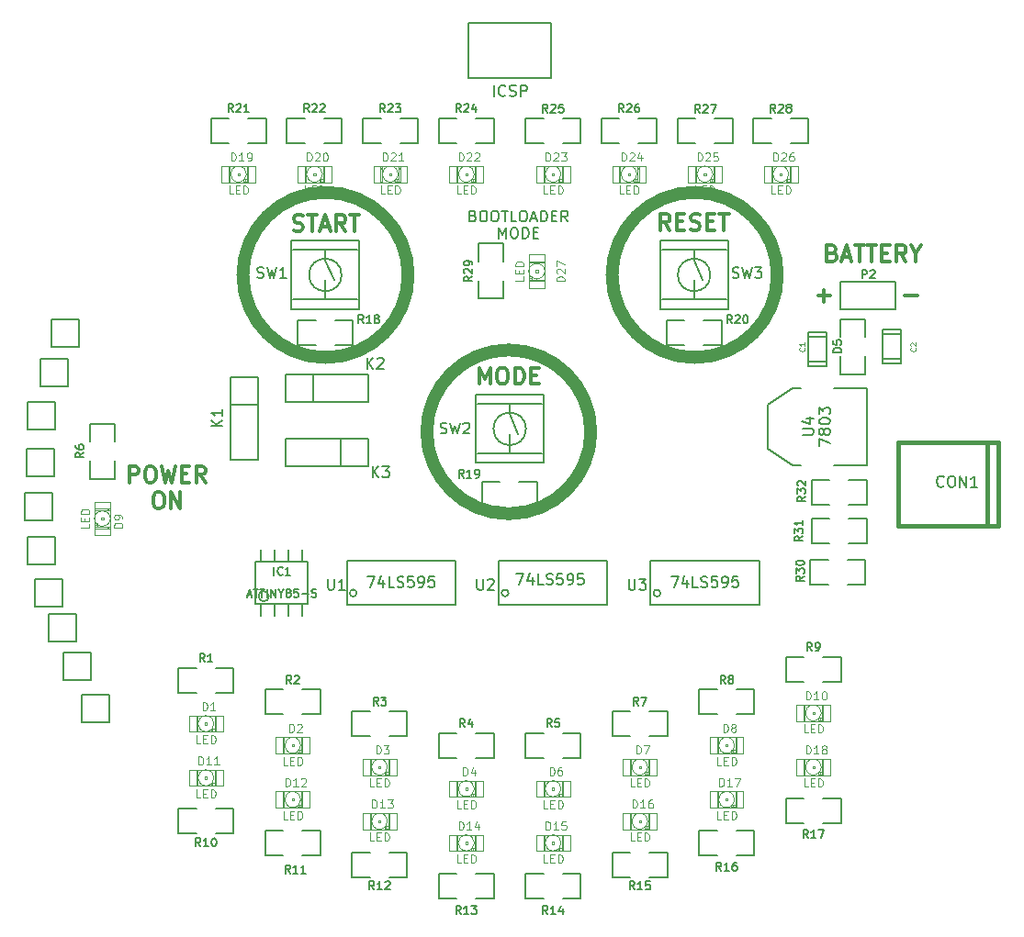
<source format=gto>
G04 (created by PCBNEW (2013-07-07 BZR 4022)-stable) date 4/28/2015 8:48:13 PM*
%MOIN*%
G04 Gerber Fmt 3.4, Leading zero omitted, Abs format*
%FSLAX34Y34*%
G01*
G70*
G90*
G04 APERTURE LIST*
%ADD10C,0.00590551*%
%ADD11C,0.011811*%
%ADD12C,0.0472441*%
%ADD13C,0.015*%
%ADD14C,0.008*%
%ADD15C,0.005*%
%ADD16C,0.0026*%
%ADD17C,0.004*%
%ADD18C,0.006*%
%ADD19C,0.0035*%
%ADD20C,0.0059*%
%ADD21C,0.0047*%
G04 APERTURE END LIST*
G54D10*
X77809Y-31553D02*
X77865Y-31571D01*
X77884Y-31590D01*
X77903Y-31628D01*
X77903Y-31684D01*
X77884Y-31721D01*
X77865Y-31740D01*
X77828Y-31759D01*
X77678Y-31759D01*
X77678Y-31365D01*
X77809Y-31365D01*
X77847Y-31384D01*
X77865Y-31403D01*
X77884Y-31440D01*
X77884Y-31478D01*
X77865Y-31515D01*
X77847Y-31534D01*
X77809Y-31553D01*
X77678Y-31553D01*
X78147Y-31365D02*
X78222Y-31365D01*
X78259Y-31384D01*
X78297Y-31421D01*
X78315Y-31496D01*
X78315Y-31628D01*
X78297Y-31703D01*
X78259Y-31740D01*
X78222Y-31759D01*
X78147Y-31759D01*
X78109Y-31740D01*
X78072Y-31703D01*
X78053Y-31628D01*
X78053Y-31496D01*
X78072Y-31421D01*
X78109Y-31384D01*
X78147Y-31365D01*
X78559Y-31365D02*
X78634Y-31365D01*
X78671Y-31384D01*
X78709Y-31421D01*
X78728Y-31496D01*
X78728Y-31628D01*
X78709Y-31703D01*
X78671Y-31740D01*
X78634Y-31759D01*
X78559Y-31759D01*
X78521Y-31740D01*
X78484Y-31703D01*
X78465Y-31628D01*
X78465Y-31496D01*
X78484Y-31421D01*
X78521Y-31384D01*
X78559Y-31365D01*
X78840Y-31365D02*
X79065Y-31365D01*
X78953Y-31759D02*
X78953Y-31365D01*
X79384Y-31759D02*
X79196Y-31759D01*
X79196Y-31365D01*
X79590Y-31365D02*
X79665Y-31365D01*
X79703Y-31384D01*
X79740Y-31421D01*
X79759Y-31496D01*
X79759Y-31628D01*
X79740Y-31703D01*
X79703Y-31740D01*
X79665Y-31759D01*
X79590Y-31759D01*
X79553Y-31740D01*
X79515Y-31703D01*
X79496Y-31628D01*
X79496Y-31496D01*
X79515Y-31421D01*
X79553Y-31384D01*
X79590Y-31365D01*
X79909Y-31646D02*
X80096Y-31646D01*
X79871Y-31759D02*
X80003Y-31365D01*
X80134Y-31759D01*
X80265Y-31759D02*
X80265Y-31365D01*
X80359Y-31365D01*
X80415Y-31384D01*
X80453Y-31421D01*
X80471Y-31459D01*
X80490Y-31534D01*
X80490Y-31590D01*
X80471Y-31665D01*
X80453Y-31703D01*
X80415Y-31740D01*
X80359Y-31759D01*
X80265Y-31759D01*
X80659Y-31553D02*
X80790Y-31553D01*
X80846Y-31759D02*
X80659Y-31759D01*
X80659Y-31365D01*
X80846Y-31365D01*
X81240Y-31759D02*
X81109Y-31571D01*
X81015Y-31759D02*
X81015Y-31365D01*
X81165Y-31365D01*
X81202Y-31384D01*
X81221Y-31403D01*
X81240Y-31440D01*
X81240Y-31496D01*
X81221Y-31534D01*
X81202Y-31553D01*
X81165Y-31571D01*
X81015Y-31571D01*
X78737Y-32369D02*
X78737Y-31975D01*
X78868Y-32257D01*
X79000Y-31975D01*
X79000Y-32369D01*
X79262Y-31975D02*
X79337Y-31975D01*
X79375Y-31994D01*
X79412Y-32032D01*
X79431Y-32107D01*
X79431Y-32238D01*
X79412Y-32313D01*
X79375Y-32350D01*
X79337Y-32369D01*
X79262Y-32369D01*
X79225Y-32350D01*
X79187Y-32313D01*
X79168Y-32238D01*
X79168Y-32107D01*
X79187Y-32032D01*
X79225Y-31994D01*
X79262Y-31975D01*
X79599Y-32369D02*
X79599Y-31975D01*
X79693Y-31975D01*
X79749Y-31994D01*
X79787Y-32032D01*
X79806Y-32069D01*
X79824Y-32144D01*
X79824Y-32200D01*
X79806Y-32275D01*
X79787Y-32313D01*
X79749Y-32350D01*
X79693Y-32369D01*
X79599Y-32369D01*
X79993Y-32163D02*
X80124Y-32163D01*
X80181Y-32369D02*
X79993Y-32369D01*
X79993Y-31975D01*
X80181Y-31975D01*
G54D11*
X93475Y-34462D02*
X93925Y-34462D01*
X90326Y-34462D02*
X90776Y-34462D01*
X90551Y-34687D02*
X90551Y-34237D01*
X90846Y-32902D02*
X90930Y-32930D01*
X90958Y-32958D01*
X90987Y-33014D01*
X90987Y-33098D01*
X90958Y-33155D01*
X90930Y-33183D01*
X90874Y-33211D01*
X90649Y-33211D01*
X90649Y-32620D01*
X90846Y-32620D01*
X90902Y-32649D01*
X90930Y-32677D01*
X90958Y-32733D01*
X90958Y-32789D01*
X90930Y-32845D01*
X90902Y-32874D01*
X90846Y-32902D01*
X90649Y-32902D01*
X91212Y-33042D02*
X91493Y-33042D01*
X91155Y-33211D02*
X91352Y-32620D01*
X91549Y-33211D01*
X91661Y-32620D02*
X91999Y-32620D01*
X91830Y-33211D02*
X91830Y-32620D01*
X92111Y-32620D02*
X92449Y-32620D01*
X92280Y-33211D02*
X92280Y-32620D01*
X92646Y-32902D02*
X92843Y-32902D01*
X92927Y-33211D02*
X92646Y-33211D01*
X92646Y-32620D01*
X92927Y-32620D01*
X93517Y-33211D02*
X93321Y-32930D01*
X93180Y-33211D02*
X93180Y-32620D01*
X93405Y-32620D01*
X93461Y-32649D01*
X93489Y-32677D01*
X93517Y-32733D01*
X93517Y-32817D01*
X93489Y-32874D01*
X93461Y-32902D01*
X93405Y-32930D01*
X93180Y-32930D01*
X93883Y-32930D02*
X93883Y-33211D01*
X93686Y-32620D02*
X93883Y-32930D01*
X94080Y-32620D01*
G54D12*
X82078Y-39400D02*
G75*
G03X82078Y-39400I-2976J0D01*
G74*
G01*
X88850Y-33700D02*
G75*
G03X88850Y-33700I-3000J0D01*
G74*
G01*
X75450Y-33700D02*
G75*
G03X75450Y-33700I-3000J0D01*
G74*
G01*
G54D11*
X65336Y-41239D02*
X65336Y-40648D01*
X65561Y-40648D01*
X65617Y-40676D01*
X65645Y-40704D01*
X65673Y-40760D01*
X65673Y-40845D01*
X65645Y-40901D01*
X65617Y-40929D01*
X65561Y-40957D01*
X65336Y-40957D01*
X66039Y-40648D02*
X66151Y-40648D01*
X66207Y-40676D01*
X66264Y-40732D01*
X66292Y-40845D01*
X66292Y-41042D01*
X66264Y-41154D01*
X66207Y-41210D01*
X66151Y-41239D01*
X66039Y-41239D01*
X65982Y-41210D01*
X65926Y-41154D01*
X65898Y-41042D01*
X65898Y-40845D01*
X65926Y-40732D01*
X65982Y-40676D01*
X66039Y-40648D01*
X66489Y-40648D02*
X66629Y-41239D01*
X66742Y-40817D01*
X66854Y-41239D01*
X66995Y-40648D01*
X67220Y-40929D02*
X67417Y-40929D01*
X67501Y-41239D02*
X67220Y-41239D01*
X67220Y-40648D01*
X67501Y-40648D01*
X68092Y-41239D02*
X67895Y-40957D01*
X67754Y-41239D02*
X67754Y-40648D01*
X67979Y-40648D01*
X68035Y-40676D01*
X68063Y-40704D01*
X68092Y-40760D01*
X68092Y-40845D01*
X68063Y-40901D01*
X68035Y-40929D01*
X67979Y-40957D01*
X67754Y-40957D01*
X66334Y-41593D02*
X66446Y-41593D01*
X66503Y-41621D01*
X66559Y-41677D01*
X66587Y-41790D01*
X66587Y-41987D01*
X66559Y-42099D01*
X66503Y-42155D01*
X66446Y-42183D01*
X66334Y-42183D01*
X66278Y-42155D01*
X66221Y-42099D01*
X66193Y-41987D01*
X66193Y-41790D01*
X66221Y-41677D01*
X66278Y-41621D01*
X66334Y-41593D01*
X66840Y-42183D02*
X66840Y-41593D01*
X67178Y-42183D01*
X67178Y-41593D01*
X78025Y-37660D02*
X78025Y-37069D01*
X78222Y-37491D01*
X78419Y-37069D01*
X78419Y-37660D01*
X78813Y-37069D02*
X78925Y-37069D01*
X78982Y-37097D01*
X79038Y-37154D01*
X79066Y-37266D01*
X79066Y-37463D01*
X79038Y-37575D01*
X78982Y-37632D01*
X78925Y-37660D01*
X78813Y-37660D01*
X78757Y-37632D01*
X78700Y-37575D01*
X78672Y-37463D01*
X78672Y-37266D01*
X78700Y-37154D01*
X78757Y-37097D01*
X78813Y-37069D01*
X79319Y-37660D02*
X79319Y-37069D01*
X79460Y-37069D01*
X79544Y-37097D01*
X79600Y-37154D01*
X79628Y-37210D01*
X79656Y-37322D01*
X79656Y-37407D01*
X79628Y-37519D01*
X79600Y-37575D01*
X79544Y-37632D01*
X79460Y-37660D01*
X79319Y-37660D01*
X79910Y-37350D02*
X80106Y-37350D01*
X80191Y-37660D02*
X79910Y-37660D01*
X79910Y-37069D01*
X80191Y-37069D01*
X84949Y-32069D02*
X84752Y-31788D01*
X84611Y-32069D02*
X84611Y-31479D01*
X84836Y-31479D01*
X84893Y-31507D01*
X84921Y-31535D01*
X84949Y-31591D01*
X84949Y-31676D01*
X84921Y-31732D01*
X84893Y-31760D01*
X84836Y-31788D01*
X84611Y-31788D01*
X85202Y-31760D02*
X85399Y-31760D01*
X85483Y-32069D02*
X85202Y-32069D01*
X85202Y-31479D01*
X85483Y-31479D01*
X85708Y-32041D02*
X85793Y-32069D01*
X85933Y-32069D01*
X85989Y-32041D01*
X86017Y-32013D01*
X86046Y-31957D01*
X86046Y-31901D01*
X86017Y-31844D01*
X85989Y-31816D01*
X85933Y-31788D01*
X85821Y-31760D01*
X85764Y-31732D01*
X85736Y-31704D01*
X85708Y-31647D01*
X85708Y-31591D01*
X85736Y-31535D01*
X85764Y-31507D01*
X85821Y-31479D01*
X85961Y-31479D01*
X86046Y-31507D01*
X86299Y-31760D02*
X86496Y-31760D01*
X86580Y-32069D02*
X86299Y-32069D01*
X86299Y-31479D01*
X86580Y-31479D01*
X86749Y-31479D02*
X87086Y-31479D01*
X86917Y-32069D02*
X86917Y-31479D01*
X71293Y-32080D02*
X71377Y-32109D01*
X71518Y-32109D01*
X71574Y-32080D01*
X71602Y-32052D01*
X71631Y-31996D01*
X71631Y-31940D01*
X71602Y-31884D01*
X71574Y-31856D01*
X71518Y-31827D01*
X71406Y-31799D01*
X71349Y-31771D01*
X71321Y-31743D01*
X71293Y-31687D01*
X71293Y-31631D01*
X71321Y-31574D01*
X71349Y-31546D01*
X71406Y-31518D01*
X71546Y-31518D01*
X71631Y-31546D01*
X71799Y-31518D02*
X72137Y-31518D01*
X71968Y-32109D02*
X71968Y-31518D01*
X72305Y-31940D02*
X72587Y-31940D01*
X72249Y-32109D02*
X72446Y-31518D01*
X72643Y-32109D01*
X73177Y-32109D02*
X72980Y-31827D01*
X72840Y-32109D02*
X72840Y-31518D01*
X73065Y-31518D01*
X73121Y-31546D01*
X73149Y-31574D01*
X73177Y-31631D01*
X73177Y-31715D01*
X73149Y-31771D01*
X73121Y-31799D01*
X73065Y-31827D01*
X72840Y-31827D01*
X73346Y-31518D02*
X73683Y-31518D01*
X73515Y-32109D02*
X73515Y-31518D01*
G54D13*
X96467Y-42816D02*
X96467Y-39784D01*
X96861Y-42816D02*
X96861Y-39784D01*
X96861Y-39784D02*
X93239Y-39784D01*
X93239Y-39784D02*
X93239Y-42816D01*
X93239Y-42816D02*
X96861Y-42816D01*
G54D14*
X90900Y-40600D02*
X92100Y-40600D01*
X92100Y-40600D02*
X92100Y-37800D01*
X92100Y-37800D02*
X90900Y-37800D01*
X89700Y-40600D02*
X89400Y-40600D01*
X89400Y-40600D02*
X88500Y-40000D01*
X88500Y-40000D02*
X88500Y-38400D01*
X88500Y-38400D02*
X89400Y-37800D01*
X89400Y-37800D02*
X89700Y-37800D01*
G54D15*
X84464Y-28914D02*
X84464Y-28014D01*
X84464Y-28014D02*
X83814Y-28014D01*
X83114Y-28914D02*
X82464Y-28914D01*
X82464Y-28914D02*
X82464Y-28014D01*
X82464Y-28014D02*
X83114Y-28014D01*
X83814Y-28914D02*
X84464Y-28914D01*
X72259Y-54780D02*
X72259Y-53880D01*
X72259Y-53880D02*
X71609Y-53880D01*
X70909Y-54780D02*
X70259Y-54780D01*
X70259Y-54780D02*
X70259Y-53880D01*
X70259Y-53880D02*
X70909Y-53880D01*
X71609Y-54780D02*
X72259Y-54780D01*
X75409Y-55568D02*
X75409Y-54668D01*
X75409Y-54668D02*
X74759Y-54668D01*
X74059Y-55568D02*
X73409Y-55568D01*
X73409Y-55568D02*
X73409Y-54668D01*
X73409Y-54668D02*
X74059Y-54668D01*
X74759Y-55568D02*
X75409Y-55568D01*
X78559Y-56355D02*
X78559Y-55455D01*
X78559Y-55455D02*
X77909Y-55455D01*
X77209Y-56355D02*
X76559Y-56355D01*
X76559Y-56355D02*
X76559Y-55455D01*
X76559Y-55455D02*
X77209Y-55455D01*
X77909Y-56355D02*
X78559Y-56355D01*
X81708Y-56355D02*
X81708Y-55455D01*
X81708Y-55455D02*
X81058Y-55455D01*
X80358Y-56355D02*
X79708Y-56355D01*
X79708Y-56355D02*
X79708Y-55455D01*
X79708Y-55455D02*
X80358Y-55455D01*
X81058Y-56355D02*
X81708Y-56355D01*
X84858Y-55568D02*
X84858Y-54668D01*
X84858Y-54668D02*
X84208Y-54668D01*
X83508Y-55568D02*
X82858Y-55568D01*
X82858Y-55568D02*
X82858Y-54668D01*
X82858Y-54668D02*
X83508Y-54668D01*
X84208Y-55568D02*
X84858Y-55568D01*
X88007Y-54780D02*
X88007Y-53880D01*
X88007Y-53880D02*
X87357Y-53880D01*
X86657Y-54780D02*
X86007Y-54780D01*
X86007Y-54780D02*
X86007Y-53880D01*
X86007Y-53880D02*
X86657Y-53880D01*
X87357Y-54780D02*
X88007Y-54780D01*
X70291Y-28914D02*
X70291Y-28014D01*
X70291Y-28014D02*
X69641Y-28014D01*
X68941Y-28914D02*
X68291Y-28914D01*
X68291Y-28914D02*
X68291Y-28014D01*
X68291Y-28014D02*
X68941Y-28014D01*
X69641Y-28914D02*
X70291Y-28914D01*
X73047Y-28914D02*
X73047Y-28014D01*
X73047Y-28014D02*
X72397Y-28014D01*
X71697Y-28914D02*
X71047Y-28914D01*
X71047Y-28914D02*
X71047Y-28014D01*
X71047Y-28014D02*
X71697Y-28014D01*
X72397Y-28914D02*
X73047Y-28914D01*
X75803Y-28914D02*
X75803Y-28014D01*
X75803Y-28014D02*
X75153Y-28014D01*
X74453Y-28914D02*
X73803Y-28914D01*
X73803Y-28914D02*
X73803Y-28014D01*
X73803Y-28014D02*
X74453Y-28014D01*
X75153Y-28914D02*
X75803Y-28914D01*
X78559Y-28914D02*
X78559Y-28014D01*
X78559Y-28014D02*
X77909Y-28014D01*
X77209Y-28914D02*
X76559Y-28914D01*
X76559Y-28914D02*
X76559Y-28014D01*
X76559Y-28014D02*
X77209Y-28014D01*
X77909Y-28914D02*
X78559Y-28914D01*
X81708Y-28914D02*
X81708Y-28014D01*
X81708Y-28014D02*
X81058Y-28014D01*
X80358Y-28914D02*
X79708Y-28914D01*
X79708Y-28914D02*
X79708Y-28014D01*
X79708Y-28014D02*
X80358Y-28014D01*
X81058Y-28914D02*
X81708Y-28914D01*
X91157Y-53599D02*
X91157Y-52699D01*
X91157Y-52699D02*
X90507Y-52699D01*
X89807Y-53599D02*
X89157Y-53599D01*
X89157Y-53599D02*
X89157Y-52699D01*
X89157Y-52699D02*
X89807Y-52699D01*
X90507Y-53599D02*
X91157Y-53599D01*
X87220Y-28914D02*
X87220Y-28014D01*
X87220Y-28014D02*
X86570Y-28014D01*
X85870Y-28914D02*
X85220Y-28914D01*
X85220Y-28914D02*
X85220Y-28014D01*
X85220Y-28014D02*
X85870Y-28014D01*
X86570Y-28914D02*
X87220Y-28914D01*
X89976Y-28914D02*
X89976Y-28014D01*
X89976Y-28014D02*
X89326Y-28014D01*
X88626Y-28914D02*
X87976Y-28914D01*
X87976Y-28914D02*
X87976Y-28014D01*
X87976Y-28014D02*
X88626Y-28014D01*
X89326Y-28914D02*
X89976Y-28914D01*
X86826Y-36237D02*
X86826Y-35337D01*
X86826Y-35337D02*
X86176Y-35337D01*
X85476Y-36237D02*
X84826Y-36237D01*
X84826Y-36237D02*
X84826Y-35337D01*
X84826Y-35337D02*
X85476Y-35337D01*
X86176Y-36237D02*
X86826Y-36237D01*
X80133Y-42103D02*
X80133Y-41203D01*
X80133Y-41203D02*
X79483Y-41203D01*
X78783Y-42103D02*
X78133Y-42103D01*
X78133Y-42103D02*
X78133Y-41203D01*
X78133Y-41203D02*
X78783Y-41203D01*
X79483Y-42103D02*
X80133Y-42103D01*
X73440Y-36237D02*
X73440Y-35337D01*
X73440Y-35337D02*
X72790Y-35337D01*
X72090Y-36237D02*
X71440Y-36237D01*
X71440Y-36237D02*
X71440Y-35337D01*
X71440Y-35337D02*
X72090Y-35337D01*
X72790Y-36237D02*
X73440Y-36237D01*
X69110Y-53993D02*
X69110Y-53093D01*
X69110Y-53093D02*
X68460Y-53093D01*
X67760Y-53993D02*
X67110Y-53993D01*
X67110Y-53993D02*
X67110Y-53093D01*
X67110Y-53093D02*
X67760Y-53093D01*
X68460Y-53993D02*
X69110Y-53993D01*
X69110Y-48875D02*
X69110Y-47975D01*
X69110Y-47975D02*
X68460Y-47975D01*
X67760Y-48875D02*
X67110Y-48875D01*
X67110Y-48875D02*
X67110Y-47975D01*
X67110Y-47975D02*
X67760Y-47975D01*
X68460Y-48875D02*
X69110Y-48875D01*
X72259Y-49662D02*
X72259Y-48762D01*
X72259Y-48762D02*
X71609Y-48762D01*
X70909Y-49662D02*
X70259Y-49662D01*
X70259Y-49662D02*
X70259Y-48762D01*
X70259Y-48762D02*
X70909Y-48762D01*
X71609Y-49662D02*
X72259Y-49662D01*
X75409Y-50450D02*
X75409Y-49550D01*
X75409Y-49550D02*
X74759Y-49550D01*
X74059Y-50450D02*
X73409Y-50450D01*
X73409Y-50450D02*
X73409Y-49550D01*
X73409Y-49550D02*
X74059Y-49550D01*
X74759Y-50450D02*
X75409Y-50450D01*
X78559Y-51237D02*
X78559Y-50337D01*
X78559Y-50337D02*
X77909Y-50337D01*
X77209Y-51237D02*
X76559Y-51237D01*
X76559Y-51237D02*
X76559Y-50337D01*
X76559Y-50337D02*
X77209Y-50337D01*
X77909Y-51237D02*
X78559Y-51237D01*
X81708Y-51237D02*
X81708Y-50337D01*
X81708Y-50337D02*
X81058Y-50337D01*
X80358Y-51237D02*
X79708Y-51237D01*
X79708Y-51237D02*
X79708Y-50337D01*
X79708Y-50337D02*
X80358Y-50337D01*
X81058Y-51237D02*
X81708Y-51237D01*
X84858Y-50450D02*
X84858Y-49550D01*
X84858Y-49550D02*
X84208Y-49550D01*
X83508Y-50450D02*
X82858Y-50450D01*
X82858Y-50450D02*
X82858Y-49550D01*
X82858Y-49550D02*
X83508Y-49550D01*
X84208Y-50450D02*
X84858Y-50450D01*
X88007Y-49662D02*
X88007Y-48762D01*
X88007Y-48762D02*
X87357Y-48762D01*
X86657Y-49662D02*
X86007Y-49662D01*
X86007Y-49662D02*
X86007Y-48762D01*
X86007Y-48762D02*
X86657Y-48762D01*
X87357Y-49662D02*
X88007Y-49662D01*
X91157Y-48481D02*
X91157Y-47581D01*
X91157Y-47581D02*
X90507Y-47581D01*
X89807Y-48481D02*
X89157Y-48481D01*
X89157Y-48481D02*
X89157Y-47581D01*
X89157Y-47581D02*
X89807Y-47581D01*
X90507Y-48481D02*
X91157Y-48481D01*
X64800Y-39100D02*
X63900Y-39100D01*
X63900Y-39100D02*
X63900Y-39750D01*
X64800Y-40450D02*
X64800Y-41100D01*
X64800Y-41100D02*
X63900Y-41100D01*
X63900Y-41100D02*
X63900Y-40450D01*
X64800Y-39750D02*
X64800Y-39100D01*
X92050Y-35300D02*
X91150Y-35300D01*
X91150Y-35300D02*
X91150Y-35950D01*
X92050Y-36650D02*
X92050Y-37300D01*
X92050Y-37300D02*
X91150Y-37300D01*
X91150Y-37300D02*
X91150Y-36650D01*
X92050Y-35950D02*
X92050Y-35300D01*
G54D14*
X80650Y-26550D02*
X77650Y-26550D01*
X77650Y-24550D02*
X80650Y-24550D01*
X80650Y-24550D02*
X80650Y-26550D01*
X77650Y-26550D02*
X77650Y-24550D01*
G54D16*
X71220Y-52794D02*
X71298Y-52794D01*
X71298Y-52794D02*
X71298Y-52716D01*
X71220Y-52716D02*
X71298Y-52716D01*
X71220Y-52794D02*
X71220Y-52716D01*
X71436Y-53030D02*
X71573Y-53030D01*
X71573Y-53030D02*
X71573Y-52932D01*
X71436Y-52932D02*
X71573Y-52932D01*
X71436Y-53030D02*
X71436Y-52932D01*
X71573Y-53030D02*
X71613Y-53030D01*
X71613Y-53030D02*
X71613Y-52559D01*
X71573Y-52559D02*
X71613Y-52559D01*
X71573Y-53030D02*
X71573Y-52559D01*
X71573Y-52539D02*
X71613Y-52539D01*
X71613Y-52539D02*
X71613Y-52480D01*
X71573Y-52480D02*
X71613Y-52480D01*
X71573Y-52539D02*
X71573Y-52480D01*
X70905Y-53030D02*
X70945Y-53030D01*
X70945Y-53030D02*
X70945Y-52559D01*
X70905Y-52559D02*
X70945Y-52559D01*
X70905Y-53030D02*
X70905Y-52559D01*
X70905Y-52539D02*
X70945Y-52539D01*
X70945Y-52539D02*
X70945Y-52480D01*
X70905Y-52480D02*
X70945Y-52480D01*
X70905Y-52539D02*
X70905Y-52480D01*
X71436Y-53030D02*
X71495Y-53030D01*
X71495Y-53030D02*
X71495Y-52932D01*
X71436Y-52932D02*
X71495Y-52932D01*
X71436Y-53030D02*
X71436Y-52932D01*
G54D17*
X71869Y-53050D02*
X70649Y-53050D01*
X70649Y-53050D02*
X70649Y-52460D01*
X70649Y-52460D02*
X71869Y-52460D01*
X71869Y-52460D02*
X71869Y-53050D01*
X71044Y-52952D02*
G75*
G03X71475Y-52951I215J196D01*
G74*
G01*
X71044Y-52559D02*
G75*
G03X71043Y-52951I215J-196D01*
G74*
G01*
X71475Y-52559D02*
G75*
G03X71043Y-52559I-215J-196D01*
G74*
G01*
X71475Y-52952D02*
G75*
G03X71475Y-52559I-215J196D01*
G74*
G01*
G54D16*
X64311Y-42511D02*
X64311Y-42589D01*
X64311Y-42589D02*
X64389Y-42589D01*
X64389Y-42511D02*
X64389Y-42589D01*
X64311Y-42511D02*
X64389Y-42511D01*
X64075Y-42727D02*
X64075Y-42864D01*
X64075Y-42864D02*
X64173Y-42864D01*
X64173Y-42727D02*
X64173Y-42864D01*
X64075Y-42727D02*
X64173Y-42727D01*
X64075Y-42864D02*
X64075Y-42904D01*
X64075Y-42904D02*
X64546Y-42904D01*
X64546Y-42864D02*
X64546Y-42904D01*
X64075Y-42864D02*
X64546Y-42864D01*
X64566Y-42864D02*
X64566Y-42904D01*
X64566Y-42904D02*
X64625Y-42904D01*
X64625Y-42864D02*
X64625Y-42904D01*
X64566Y-42864D02*
X64625Y-42864D01*
X64075Y-42196D02*
X64075Y-42236D01*
X64075Y-42236D02*
X64546Y-42236D01*
X64546Y-42196D02*
X64546Y-42236D01*
X64075Y-42196D02*
X64546Y-42196D01*
X64566Y-42196D02*
X64566Y-42236D01*
X64566Y-42236D02*
X64625Y-42236D01*
X64625Y-42196D02*
X64625Y-42236D01*
X64566Y-42196D02*
X64625Y-42196D01*
X64075Y-42727D02*
X64075Y-42786D01*
X64075Y-42786D02*
X64173Y-42786D01*
X64173Y-42727D02*
X64173Y-42786D01*
X64075Y-42727D02*
X64173Y-42727D01*
G54D17*
X64055Y-43160D02*
X64055Y-41940D01*
X64055Y-41940D02*
X64645Y-41940D01*
X64645Y-41940D02*
X64645Y-43160D01*
X64645Y-43160D02*
X64055Y-43160D01*
X64153Y-42334D02*
G75*
G03X64154Y-42766I196J-215D01*
G74*
G01*
X64546Y-42334D02*
G75*
G03X64154Y-42333I-196J-215D01*
G74*
G01*
X64546Y-42765D02*
G75*
G03X64545Y-42333I-196J215D01*
G74*
G01*
X64153Y-42765D02*
G75*
G03X64545Y-42766I196J215D01*
G74*
G01*
G54D16*
X90118Y-49645D02*
X90196Y-49645D01*
X90196Y-49645D02*
X90196Y-49567D01*
X90118Y-49567D02*
X90196Y-49567D01*
X90118Y-49645D02*
X90118Y-49567D01*
X90334Y-49881D02*
X90471Y-49881D01*
X90471Y-49881D02*
X90471Y-49783D01*
X90334Y-49783D02*
X90471Y-49783D01*
X90334Y-49881D02*
X90334Y-49783D01*
X90471Y-49881D02*
X90511Y-49881D01*
X90511Y-49881D02*
X90511Y-49410D01*
X90471Y-49410D02*
X90511Y-49410D01*
X90471Y-49881D02*
X90471Y-49410D01*
X90471Y-49390D02*
X90511Y-49390D01*
X90511Y-49390D02*
X90511Y-49331D01*
X90471Y-49331D02*
X90511Y-49331D01*
X90471Y-49390D02*
X90471Y-49331D01*
X89803Y-49881D02*
X89843Y-49881D01*
X89843Y-49881D02*
X89843Y-49410D01*
X89803Y-49410D02*
X89843Y-49410D01*
X89803Y-49881D02*
X89803Y-49410D01*
X89803Y-49390D02*
X89843Y-49390D01*
X89843Y-49390D02*
X89843Y-49331D01*
X89803Y-49331D02*
X89843Y-49331D01*
X89803Y-49390D02*
X89803Y-49331D01*
X90334Y-49881D02*
X90393Y-49881D01*
X90393Y-49881D02*
X90393Y-49783D01*
X90334Y-49783D02*
X90393Y-49783D01*
X90334Y-49881D02*
X90334Y-49783D01*
G54D17*
X90767Y-49901D02*
X89547Y-49901D01*
X89547Y-49901D02*
X89547Y-49311D01*
X89547Y-49311D02*
X90767Y-49311D01*
X90767Y-49311D02*
X90767Y-49901D01*
X89942Y-49802D02*
G75*
G03X90373Y-49802I215J196D01*
G74*
G01*
X89941Y-49410D02*
G75*
G03X89941Y-49802I215J-196D01*
G74*
G01*
X90372Y-49409D02*
G75*
G03X89941Y-49410I-215J-196D01*
G74*
G01*
X90373Y-49802D02*
G75*
G03X90373Y-49410I-215J196D01*
G74*
G01*
G54D16*
X88937Y-30078D02*
X89015Y-30078D01*
X89015Y-30078D02*
X89015Y-30000D01*
X88937Y-30000D02*
X89015Y-30000D01*
X88937Y-30078D02*
X88937Y-30000D01*
X89153Y-30314D02*
X89290Y-30314D01*
X89290Y-30314D02*
X89290Y-30216D01*
X89153Y-30216D02*
X89290Y-30216D01*
X89153Y-30314D02*
X89153Y-30216D01*
X89290Y-30314D02*
X89330Y-30314D01*
X89330Y-30314D02*
X89330Y-29843D01*
X89290Y-29843D02*
X89330Y-29843D01*
X89290Y-30314D02*
X89290Y-29843D01*
X89290Y-29823D02*
X89330Y-29823D01*
X89330Y-29823D02*
X89330Y-29764D01*
X89290Y-29764D02*
X89330Y-29764D01*
X89290Y-29823D02*
X89290Y-29764D01*
X88622Y-30314D02*
X88662Y-30314D01*
X88662Y-30314D02*
X88662Y-29843D01*
X88622Y-29843D02*
X88662Y-29843D01*
X88622Y-30314D02*
X88622Y-29843D01*
X88622Y-29823D02*
X88662Y-29823D01*
X88662Y-29823D02*
X88662Y-29764D01*
X88622Y-29764D02*
X88662Y-29764D01*
X88622Y-29823D02*
X88622Y-29764D01*
X89153Y-30314D02*
X89212Y-30314D01*
X89212Y-30314D02*
X89212Y-30216D01*
X89153Y-30216D02*
X89212Y-30216D01*
X89153Y-30314D02*
X89153Y-30216D01*
G54D17*
X89586Y-30334D02*
X88366Y-30334D01*
X88366Y-30334D02*
X88366Y-29744D01*
X88366Y-29744D02*
X89586Y-29744D01*
X89586Y-29744D02*
X89586Y-30334D01*
X88760Y-30236D02*
G75*
G03X89192Y-30235I215J196D01*
G74*
G01*
X88760Y-29843D02*
G75*
G03X88760Y-30235I215J-196D01*
G74*
G01*
X89191Y-29842D02*
G75*
G03X88760Y-29843I-215J-196D01*
G74*
G01*
X89192Y-30235D02*
G75*
G03X89192Y-29843I-215J196D01*
G74*
G01*
G54D16*
X86181Y-30078D02*
X86259Y-30078D01*
X86259Y-30078D02*
X86259Y-30000D01*
X86181Y-30000D02*
X86259Y-30000D01*
X86181Y-30078D02*
X86181Y-30000D01*
X86397Y-30314D02*
X86534Y-30314D01*
X86534Y-30314D02*
X86534Y-30216D01*
X86397Y-30216D02*
X86534Y-30216D01*
X86397Y-30314D02*
X86397Y-30216D01*
X86534Y-30314D02*
X86574Y-30314D01*
X86574Y-30314D02*
X86574Y-29843D01*
X86534Y-29843D02*
X86574Y-29843D01*
X86534Y-30314D02*
X86534Y-29843D01*
X86534Y-29823D02*
X86574Y-29823D01*
X86574Y-29823D02*
X86574Y-29764D01*
X86534Y-29764D02*
X86574Y-29764D01*
X86534Y-29823D02*
X86534Y-29764D01*
X85866Y-30314D02*
X85906Y-30314D01*
X85906Y-30314D02*
X85906Y-29843D01*
X85866Y-29843D02*
X85906Y-29843D01*
X85866Y-30314D02*
X85866Y-29843D01*
X85866Y-29823D02*
X85906Y-29823D01*
X85906Y-29823D02*
X85906Y-29764D01*
X85866Y-29764D02*
X85906Y-29764D01*
X85866Y-29823D02*
X85866Y-29764D01*
X86397Y-30314D02*
X86456Y-30314D01*
X86456Y-30314D02*
X86456Y-30216D01*
X86397Y-30216D02*
X86456Y-30216D01*
X86397Y-30314D02*
X86397Y-30216D01*
G54D17*
X86830Y-30334D02*
X85610Y-30334D01*
X85610Y-30334D02*
X85610Y-29744D01*
X85610Y-29744D02*
X86830Y-29744D01*
X86830Y-29744D02*
X86830Y-30334D01*
X86005Y-30236D02*
G75*
G03X86436Y-30235I215J196D01*
G74*
G01*
X86004Y-29843D02*
G75*
G03X86004Y-30235I215J-196D01*
G74*
G01*
X86435Y-29842D02*
G75*
G03X86004Y-29843I-215J-196D01*
G74*
G01*
X86436Y-30235D02*
G75*
G03X86436Y-29843I-215J196D01*
G74*
G01*
G54D16*
X83425Y-30078D02*
X83503Y-30078D01*
X83503Y-30078D02*
X83503Y-30000D01*
X83425Y-30000D02*
X83503Y-30000D01*
X83425Y-30078D02*
X83425Y-30000D01*
X83641Y-30314D02*
X83778Y-30314D01*
X83778Y-30314D02*
X83778Y-30216D01*
X83641Y-30216D02*
X83778Y-30216D01*
X83641Y-30314D02*
X83641Y-30216D01*
X83778Y-30314D02*
X83818Y-30314D01*
X83818Y-30314D02*
X83818Y-29843D01*
X83778Y-29843D02*
X83818Y-29843D01*
X83778Y-30314D02*
X83778Y-29843D01*
X83778Y-29823D02*
X83818Y-29823D01*
X83818Y-29823D02*
X83818Y-29764D01*
X83778Y-29764D02*
X83818Y-29764D01*
X83778Y-29823D02*
X83778Y-29764D01*
X83110Y-30314D02*
X83150Y-30314D01*
X83150Y-30314D02*
X83150Y-29843D01*
X83110Y-29843D02*
X83150Y-29843D01*
X83110Y-30314D02*
X83110Y-29843D01*
X83110Y-29823D02*
X83150Y-29823D01*
X83150Y-29823D02*
X83150Y-29764D01*
X83110Y-29764D02*
X83150Y-29764D01*
X83110Y-29823D02*
X83110Y-29764D01*
X83641Y-30314D02*
X83700Y-30314D01*
X83700Y-30314D02*
X83700Y-30216D01*
X83641Y-30216D02*
X83700Y-30216D01*
X83641Y-30314D02*
X83641Y-30216D01*
G54D17*
X84074Y-30334D02*
X82854Y-30334D01*
X82854Y-30334D02*
X82854Y-29744D01*
X82854Y-29744D02*
X84074Y-29744D01*
X84074Y-29744D02*
X84074Y-30334D01*
X83249Y-30236D02*
G75*
G03X83680Y-30235I215J196D01*
G74*
G01*
X83248Y-29843D02*
G75*
G03X83248Y-30235I215J-196D01*
G74*
G01*
X83679Y-29842D02*
G75*
G03X83248Y-29843I-215J-196D01*
G74*
G01*
X83680Y-30235D02*
G75*
G03X83680Y-29843I-215J196D01*
G74*
G01*
G54D16*
X80669Y-30078D02*
X80747Y-30078D01*
X80747Y-30078D02*
X80747Y-30000D01*
X80669Y-30000D02*
X80747Y-30000D01*
X80669Y-30078D02*
X80669Y-30000D01*
X80885Y-30314D02*
X81022Y-30314D01*
X81022Y-30314D02*
X81022Y-30216D01*
X80885Y-30216D02*
X81022Y-30216D01*
X80885Y-30314D02*
X80885Y-30216D01*
X81022Y-30314D02*
X81062Y-30314D01*
X81062Y-30314D02*
X81062Y-29843D01*
X81022Y-29843D02*
X81062Y-29843D01*
X81022Y-30314D02*
X81022Y-29843D01*
X81022Y-29823D02*
X81062Y-29823D01*
X81062Y-29823D02*
X81062Y-29764D01*
X81022Y-29764D02*
X81062Y-29764D01*
X81022Y-29823D02*
X81022Y-29764D01*
X80354Y-30314D02*
X80394Y-30314D01*
X80394Y-30314D02*
X80394Y-29843D01*
X80354Y-29843D02*
X80394Y-29843D01*
X80354Y-30314D02*
X80354Y-29843D01*
X80354Y-29823D02*
X80394Y-29823D01*
X80394Y-29823D02*
X80394Y-29764D01*
X80354Y-29764D02*
X80394Y-29764D01*
X80354Y-29823D02*
X80354Y-29764D01*
X80885Y-30314D02*
X80944Y-30314D01*
X80944Y-30314D02*
X80944Y-30216D01*
X80885Y-30216D02*
X80944Y-30216D01*
X80885Y-30314D02*
X80885Y-30216D01*
G54D17*
X81318Y-30334D02*
X80098Y-30334D01*
X80098Y-30334D02*
X80098Y-29744D01*
X80098Y-29744D02*
X81318Y-29744D01*
X81318Y-29744D02*
X81318Y-30334D01*
X80493Y-30236D02*
G75*
G03X80924Y-30235I215J196D01*
G74*
G01*
X80492Y-29843D02*
G75*
G03X80492Y-30235I215J-196D01*
G74*
G01*
X80924Y-29842D02*
G75*
G03X80492Y-29843I-215J-196D01*
G74*
G01*
X80924Y-30235D02*
G75*
G03X80924Y-29843I-215J196D01*
G74*
G01*
G54D16*
X77520Y-30078D02*
X77598Y-30078D01*
X77598Y-30078D02*
X77598Y-30000D01*
X77520Y-30000D02*
X77598Y-30000D01*
X77520Y-30078D02*
X77520Y-30000D01*
X77736Y-30314D02*
X77873Y-30314D01*
X77873Y-30314D02*
X77873Y-30216D01*
X77736Y-30216D02*
X77873Y-30216D01*
X77736Y-30314D02*
X77736Y-30216D01*
X77873Y-30314D02*
X77913Y-30314D01*
X77913Y-30314D02*
X77913Y-29843D01*
X77873Y-29843D02*
X77913Y-29843D01*
X77873Y-30314D02*
X77873Y-29843D01*
X77873Y-29823D02*
X77913Y-29823D01*
X77913Y-29823D02*
X77913Y-29764D01*
X77873Y-29764D02*
X77913Y-29764D01*
X77873Y-29823D02*
X77873Y-29764D01*
X77205Y-30314D02*
X77245Y-30314D01*
X77245Y-30314D02*
X77245Y-29843D01*
X77205Y-29843D02*
X77245Y-29843D01*
X77205Y-30314D02*
X77205Y-29843D01*
X77205Y-29823D02*
X77245Y-29823D01*
X77245Y-29823D02*
X77245Y-29764D01*
X77205Y-29764D02*
X77245Y-29764D01*
X77205Y-29823D02*
X77205Y-29764D01*
X77736Y-30314D02*
X77795Y-30314D01*
X77795Y-30314D02*
X77795Y-30216D01*
X77736Y-30216D02*
X77795Y-30216D01*
X77736Y-30314D02*
X77736Y-30216D01*
G54D17*
X78169Y-30334D02*
X76949Y-30334D01*
X76949Y-30334D02*
X76949Y-29744D01*
X76949Y-29744D02*
X78169Y-29744D01*
X78169Y-29744D02*
X78169Y-30334D01*
X77343Y-30236D02*
G75*
G03X77775Y-30235I215J196D01*
G74*
G01*
X77343Y-29843D02*
G75*
G03X77342Y-30235I215J-196D01*
G74*
G01*
X77774Y-29842D02*
G75*
G03X77342Y-29843I-215J-196D01*
G74*
G01*
X77774Y-30235D02*
G75*
G03X77775Y-29843I-215J196D01*
G74*
G01*
G54D16*
X74764Y-30078D02*
X74842Y-30078D01*
X74842Y-30078D02*
X74842Y-30000D01*
X74764Y-30000D02*
X74842Y-30000D01*
X74764Y-30078D02*
X74764Y-30000D01*
X74980Y-30314D02*
X75117Y-30314D01*
X75117Y-30314D02*
X75117Y-30216D01*
X74980Y-30216D02*
X75117Y-30216D01*
X74980Y-30314D02*
X74980Y-30216D01*
X75117Y-30314D02*
X75157Y-30314D01*
X75157Y-30314D02*
X75157Y-29843D01*
X75117Y-29843D02*
X75157Y-29843D01*
X75117Y-30314D02*
X75117Y-29843D01*
X75117Y-29823D02*
X75157Y-29823D01*
X75157Y-29823D02*
X75157Y-29764D01*
X75117Y-29764D02*
X75157Y-29764D01*
X75117Y-29823D02*
X75117Y-29764D01*
X74449Y-30314D02*
X74489Y-30314D01*
X74489Y-30314D02*
X74489Y-29843D01*
X74449Y-29843D02*
X74489Y-29843D01*
X74449Y-30314D02*
X74449Y-29843D01*
X74449Y-29823D02*
X74489Y-29823D01*
X74489Y-29823D02*
X74489Y-29764D01*
X74449Y-29764D02*
X74489Y-29764D01*
X74449Y-29823D02*
X74449Y-29764D01*
X74980Y-30314D02*
X75039Y-30314D01*
X75039Y-30314D02*
X75039Y-30216D01*
X74980Y-30216D02*
X75039Y-30216D01*
X74980Y-30314D02*
X74980Y-30216D01*
G54D17*
X75413Y-30334D02*
X74193Y-30334D01*
X74193Y-30334D02*
X74193Y-29744D01*
X74193Y-29744D02*
X75413Y-29744D01*
X75413Y-29744D02*
X75413Y-30334D01*
X74587Y-30236D02*
G75*
G03X75019Y-30235I215J196D01*
G74*
G01*
X74587Y-29843D02*
G75*
G03X74587Y-30235I215J-196D01*
G74*
G01*
X75018Y-29842D02*
G75*
G03X74587Y-29843I-215J-196D01*
G74*
G01*
X75018Y-30235D02*
G75*
G03X75019Y-29843I-215J196D01*
G74*
G01*
G54D16*
X72008Y-30078D02*
X72086Y-30078D01*
X72086Y-30078D02*
X72086Y-30000D01*
X72008Y-30000D02*
X72086Y-30000D01*
X72008Y-30078D02*
X72008Y-30000D01*
X72224Y-30314D02*
X72361Y-30314D01*
X72361Y-30314D02*
X72361Y-30216D01*
X72224Y-30216D02*
X72361Y-30216D01*
X72224Y-30314D02*
X72224Y-30216D01*
X72361Y-30314D02*
X72401Y-30314D01*
X72401Y-30314D02*
X72401Y-29843D01*
X72361Y-29843D02*
X72401Y-29843D01*
X72361Y-30314D02*
X72361Y-29843D01*
X72361Y-29823D02*
X72401Y-29823D01*
X72401Y-29823D02*
X72401Y-29764D01*
X72361Y-29764D02*
X72401Y-29764D01*
X72361Y-29823D02*
X72361Y-29764D01*
X71693Y-30314D02*
X71733Y-30314D01*
X71733Y-30314D02*
X71733Y-29843D01*
X71693Y-29843D02*
X71733Y-29843D01*
X71693Y-30314D02*
X71693Y-29843D01*
X71693Y-29823D02*
X71733Y-29823D01*
X71733Y-29823D02*
X71733Y-29764D01*
X71693Y-29764D02*
X71733Y-29764D01*
X71693Y-29823D02*
X71693Y-29764D01*
X72224Y-30314D02*
X72283Y-30314D01*
X72283Y-30314D02*
X72283Y-30216D01*
X72224Y-30216D02*
X72283Y-30216D01*
X72224Y-30314D02*
X72224Y-30216D01*
G54D17*
X72657Y-30334D02*
X71437Y-30334D01*
X71437Y-30334D02*
X71437Y-29744D01*
X71437Y-29744D02*
X72657Y-29744D01*
X72657Y-29744D02*
X72657Y-30334D01*
X71831Y-30236D02*
G75*
G03X72263Y-30235I215J196D01*
G74*
G01*
X71831Y-29843D02*
G75*
G03X71831Y-30235I215J-196D01*
G74*
G01*
X72262Y-29842D02*
G75*
G03X71831Y-29843I-215J-196D01*
G74*
G01*
X72262Y-30235D02*
G75*
G03X72263Y-29843I-215J196D01*
G74*
G01*
G54D16*
X69252Y-30078D02*
X69330Y-30078D01*
X69330Y-30078D02*
X69330Y-30000D01*
X69252Y-30000D02*
X69330Y-30000D01*
X69252Y-30078D02*
X69252Y-30000D01*
X69468Y-30314D02*
X69605Y-30314D01*
X69605Y-30314D02*
X69605Y-30216D01*
X69468Y-30216D02*
X69605Y-30216D01*
X69468Y-30314D02*
X69468Y-30216D01*
X69605Y-30314D02*
X69645Y-30314D01*
X69645Y-30314D02*
X69645Y-29843D01*
X69605Y-29843D02*
X69645Y-29843D01*
X69605Y-30314D02*
X69605Y-29843D01*
X69605Y-29823D02*
X69645Y-29823D01*
X69645Y-29823D02*
X69645Y-29764D01*
X69605Y-29764D02*
X69645Y-29764D01*
X69605Y-29823D02*
X69605Y-29764D01*
X68937Y-30314D02*
X68977Y-30314D01*
X68977Y-30314D02*
X68977Y-29843D01*
X68937Y-29843D02*
X68977Y-29843D01*
X68937Y-30314D02*
X68937Y-29843D01*
X68937Y-29823D02*
X68977Y-29823D01*
X68977Y-29823D02*
X68977Y-29764D01*
X68937Y-29764D02*
X68977Y-29764D01*
X68937Y-29823D02*
X68937Y-29764D01*
X69468Y-30314D02*
X69527Y-30314D01*
X69527Y-30314D02*
X69527Y-30216D01*
X69468Y-30216D02*
X69527Y-30216D01*
X69468Y-30314D02*
X69468Y-30216D01*
G54D17*
X69901Y-30334D02*
X68681Y-30334D01*
X68681Y-30334D02*
X68681Y-29744D01*
X68681Y-29744D02*
X69901Y-29744D01*
X69901Y-29744D02*
X69901Y-30334D01*
X69075Y-30236D02*
G75*
G03X69507Y-30235I215J196D01*
G74*
G01*
X69075Y-29843D02*
G75*
G03X69075Y-30235I215J-196D01*
G74*
G01*
X69506Y-29842D02*
G75*
G03X69075Y-29843I-215J-196D01*
G74*
G01*
X69507Y-30235D02*
G75*
G03X69507Y-29843I-215J196D01*
G74*
G01*
G54D16*
X86968Y-50826D02*
X87046Y-50826D01*
X87046Y-50826D02*
X87046Y-50748D01*
X86968Y-50748D02*
X87046Y-50748D01*
X86968Y-50826D02*
X86968Y-50748D01*
X87184Y-51062D02*
X87321Y-51062D01*
X87321Y-51062D02*
X87321Y-50964D01*
X87184Y-50964D02*
X87321Y-50964D01*
X87184Y-51062D02*
X87184Y-50964D01*
X87321Y-51062D02*
X87361Y-51062D01*
X87361Y-51062D02*
X87361Y-50591D01*
X87321Y-50591D02*
X87361Y-50591D01*
X87321Y-51062D02*
X87321Y-50591D01*
X87321Y-50571D02*
X87361Y-50571D01*
X87361Y-50571D02*
X87361Y-50512D01*
X87321Y-50512D02*
X87361Y-50512D01*
X87321Y-50571D02*
X87321Y-50512D01*
X86653Y-51062D02*
X86693Y-51062D01*
X86693Y-51062D02*
X86693Y-50591D01*
X86653Y-50591D02*
X86693Y-50591D01*
X86653Y-51062D02*
X86653Y-50591D01*
X86653Y-50571D02*
X86693Y-50571D01*
X86693Y-50571D02*
X86693Y-50512D01*
X86653Y-50512D02*
X86693Y-50512D01*
X86653Y-50571D02*
X86653Y-50512D01*
X87184Y-51062D02*
X87243Y-51062D01*
X87243Y-51062D02*
X87243Y-50964D01*
X87184Y-50964D02*
X87243Y-50964D01*
X87184Y-51062D02*
X87184Y-50964D01*
G54D17*
X87617Y-51082D02*
X86397Y-51082D01*
X86397Y-51082D02*
X86397Y-50492D01*
X86397Y-50492D02*
X87617Y-50492D01*
X87617Y-50492D02*
X87617Y-51082D01*
X86792Y-50984D02*
G75*
G03X87223Y-50983I215J196D01*
G74*
G01*
X86792Y-50591D02*
G75*
G03X86791Y-50983I215J-196D01*
G74*
G01*
X87223Y-50590D02*
G75*
G03X86791Y-50591I-215J-196D01*
G74*
G01*
X87223Y-50983D02*
G75*
G03X87223Y-50591I-215J196D01*
G74*
G01*
G54D16*
X83819Y-51613D02*
X83897Y-51613D01*
X83897Y-51613D02*
X83897Y-51535D01*
X83819Y-51535D02*
X83897Y-51535D01*
X83819Y-51613D02*
X83819Y-51535D01*
X84035Y-51849D02*
X84172Y-51849D01*
X84172Y-51849D02*
X84172Y-51751D01*
X84035Y-51751D02*
X84172Y-51751D01*
X84035Y-51849D02*
X84035Y-51751D01*
X84172Y-51849D02*
X84212Y-51849D01*
X84212Y-51849D02*
X84212Y-51378D01*
X84172Y-51378D02*
X84212Y-51378D01*
X84172Y-51849D02*
X84172Y-51378D01*
X84172Y-51358D02*
X84212Y-51358D01*
X84212Y-51358D02*
X84212Y-51299D01*
X84172Y-51299D02*
X84212Y-51299D01*
X84172Y-51358D02*
X84172Y-51299D01*
X83504Y-51849D02*
X83544Y-51849D01*
X83544Y-51849D02*
X83544Y-51378D01*
X83504Y-51378D02*
X83544Y-51378D01*
X83504Y-51849D02*
X83504Y-51378D01*
X83504Y-51358D02*
X83544Y-51358D01*
X83544Y-51358D02*
X83544Y-51299D01*
X83504Y-51299D02*
X83544Y-51299D01*
X83504Y-51358D02*
X83504Y-51299D01*
X84035Y-51849D02*
X84094Y-51849D01*
X84094Y-51849D02*
X84094Y-51751D01*
X84035Y-51751D02*
X84094Y-51751D01*
X84035Y-51849D02*
X84035Y-51751D01*
G54D17*
X84468Y-51869D02*
X83248Y-51869D01*
X83248Y-51869D02*
X83248Y-51279D01*
X83248Y-51279D02*
X84468Y-51279D01*
X84468Y-51279D02*
X84468Y-51869D01*
X83642Y-51771D02*
G75*
G03X84074Y-51770I215J196D01*
G74*
G01*
X83642Y-51378D02*
G75*
G03X83642Y-51770I215J-196D01*
G74*
G01*
X84073Y-51378D02*
G75*
G03X83642Y-51378I-215J-196D01*
G74*
G01*
X84073Y-51771D02*
G75*
G03X84074Y-51378I-215J196D01*
G74*
G01*
G54D16*
X80669Y-52401D02*
X80747Y-52401D01*
X80747Y-52401D02*
X80747Y-52323D01*
X80669Y-52323D02*
X80747Y-52323D01*
X80669Y-52401D02*
X80669Y-52323D01*
X80885Y-52637D02*
X81022Y-52637D01*
X81022Y-52637D02*
X81022Y-52539D01*
X80885Y-52539D02*
X81022Y-52539D01*
X80885Y-52637D02*
X80885Y-52539D01*
X81022Y-52637D02*
X81062Y-52637D01*
X81062Y-52637D02*
X81062Y-52166D01*
X81022Y-52166D02*
X81062Y-52166D01*
X81022Y-52637D02*
X81022Y-52166D01*
X81022Y-52146D02*
X81062Y-52146D01*
X81062Y-52146D02*
X81062Y-52087D01*
X81022Y-52087D02*
X81062Y-52087D01*
X81022Y-52146D02*
X81022Y-52087D01*
X80354Y-52637D02*
X80394Y-52637D01*
X80394Y-52637D02*
X80394Y-52166D01*
X80354Y-52166D02*
X80394Y-52166D01*
X80354Y-52637D02*
X80354Y-52166D01*
X80354Y-52146D02*
X80394Y-52146D01*
X80394Y-52146D02*
X80394Y-52087D01*
X80354Y-52087D02*
X80394Y-52087D01*
X80354Y-52146D02*
X80354Y-52087D01*
X80885Y-52637D02*
X80944Y-52637D01*
X80944Y-52637D02*
X80944Y-52539D01*
X80885Y-52539D02*
X80944Y-52539D01*
X80885Y-52637D02*
X80885Y-52539D01*
G54D17*
X81318Y-52657D02*
X80098Y-52657D01*
X80098Y-52657D02*
X80098Y-52067D01*
X80098Y-52067D02*
X81318Y-52067D01*
X81318Y-52067D02*
X81318Y-52657D01*
X80493Y-52558D02*
G75*
G03X80924Y-52558I215J196D01*
G74*
G01*
X80492Y-52165D02*
G75*
G03X80492Y-52558I215J-196D01*
G74*
G01*
X80924Y-52165D02*
G75*
G03X80492Y-52166I-215J-196D01*
G74*
G01*
X80924Y-52558D02*
G75*
G03X80924Y-52166I-215J196D01*
G74*
G01*
G54D16*
X68071Y-52007D02*
X68149Y-52007D01*
X68149Y-52007D02*
X68149Y-51929D01*
X68071Y-51929D02*
X68149Y-51929D01*
X68071Y-52007D02*
X68071Y-51929D01*
X68287Y-52243D02*
X68424Y-52243D01*
X68424Y-52243D02*
X68424Y-52145D01*
X68287Y-52145D02*
X68424Y-52145D01*
X68287Y-52243D02*
X68287Y-52145D01*
X68424Y-52243D02*
X68464Y-52243D01*
X68464Y-52243D02*
X68464Y-51772D01*
X68424Y-51772D02*
X68464Y-51772D01*
X68424Y-52243D02*
X68424Y-51772D01*
X68424Y-51752D02*
X68464Y-51752D01*
X68464Y-51752D02*
X68464Y-51693D01*
X68424Y-51693D02*
X68464Y-51693D01*
X68424Y-51752D02*
X68424Y-51693D01*
X67756Y-52243D02*
X67796Y-52243D01*
X67796Y-52243D02*
X67796Y-51772D01*
X67756Y-51772D02*
X67796Y-51772D01*
X67756Y-52243D02*
X67756Y-51772D01*
X67756Y-51752D02*
X67796Y-51752D01*
X67796Y-51752D02*
X67796Y-51693D01*
X67756Y-51693D02*
X67796Y-51693D01*
X67756Y-51752D02*
X67756Y-51693D01*
X68287Y-52243D02*
X68346Y-52243D01*
X68346Y-52243D02*
X68346Y-52145D01*
X68287Y-52145D02*
X68346Y-52145D01*
X68287Y-52243D02*
X68287Y-52145D01*
G54D17*
X68720Y-52263D02*
X67500Y-52263D01*
X67500Y-52263D02*
X67500Y-51673D01*
X67500Y-51673D02*
X68720Y-51673D01*
X68720Y-51673D02*
X68720Y-52263D01*
X67894Y-52165D02*
G75*
G03X68326Y-52164I215J196D01*
G74*
G01*
X67894Y-51772D02*
G75*
G03X67894Y-52164I215J-196D01*
G74*
G01*
X68325Y-51771D02*
G75*
G03X67894Y-51772I-215J-196D01*
G74*
G01*
X68325Y-52164D02*
G75*
G03X68326Y-51772I-215J196D01*
G74*
G01*
G54D16*
X68071Y-50039D02*
X68149Y-50039D01*
X68149Y-50039D02*
X68149Y-49961D01*
X68071Y-49961D02*
X68149Y-49961D01*
X68071Y-50039D02*
X68071Y-49961D01*
X68287Y-50275D02*
X68424Y-50275D01*
X68424Y-50275D02*
X68424Y-50177D01*
X68287Y-50177D02*
X68424Y-50177D01*
X68287Y-50275D02*
X68287Y-50177D01*
X68424Y-50275D02*
X68464Y-50275D01*
X68464Y-50275D02*
X68464Y-49804D01*
X68424Y-49804D02*
X68464Y-49804D01*
X68424Y-50275D02*
X68424Y-49804D01*
X68424Y-49784D02*
X68464Y-49784D01*
X68464Y-49784D02*
X68464Y-49725D01*
X68424Y-49725D02*
X68464Y-49725D01*
X68424Y-49784D02*
X68424Y-49725D01*
X67756Y-50275D02*
X67796Y-50275D01*
X67796Y-50275D02*
X67796Y-49804D01*
X67756Y-49804D02*
X67796Y-49804D01*
X67756Y-50275D02*
X67756Y-49804D01*
X67756Y-49784D02*
X67796Y-49784D01*
X67796Y-49784D02*
X67796Y-49725D01*
X67756Y-49725D02*
X67796Y-49725D01*
X67756Y-49784D02*
X67756Y-49725D01*
X68287Y-50275D02*
X68346Y-50275D01*
X68346Y-50275D02*
X68346Y-50177D01*
X68287Y-50177D02*
X68346Y-50177D01*
X68287Y-50275D02*
X68287Y-50177D01*
G54D17*
X68720Y-50295D02*
X67500Y-50295D01*
X67500Y-50295D02*
X67500Y-49705D01*
X67500Y-49705D02*
X68720Y-49705D01*
X68720Y-49705D02*
X68720Y-50295D01*
X67894Y-50196D02*
G75*
G03X68326Y-50195I215J196D01*
G74*
G01*
X67894Y-49803D02*
G75*
G03X67894Y-50195I215J-196D01*
G74*
G01*
X68325Y-49803D02*
G75*
G03X67894Y-49804I-215J-196D01*
G74*
G01*
X68325Y-50196D02*
G75*
G03X68326Y-49804I-215J196D01*
G74*
G01*
G54D16*
X71220Y-50826D02*
X71298Y-50826D01*
X71298Y-50826D02*
X71298Y-50748D01*
X71220Y-50748D02*
X71298Y-50748D01*
X71220Y-50826D02*
X71220Y-50748D01*
X71436Y-51062D02*
X71573Y-51062D01*
X71573Y-51062D02*
X71573Y-50964D01*
X71436Y-50964D02*
X71573Y-50964D01*
X71436Y-51062D02*
X71436Y-50964D01*
X71573Y-51062D02*
X71613Y-51062D01*
X71613Y-51062D02*
X71613Y-50591D01*
X71573Y-50591D02*
X71613Y-50591D01*
X71573Y-51062D02*
X71573Y-50591D01*
X71573Y-50571D02*
X71613Y-50571D01*
X71613Y-50571D02*
X71613Y-50512D01*
X71573Y-50512D02*
X71613Y-50512D01*
X71573Y-50571D02*
X71573Y-50512D01*
X70905Y-51062D02*
X70945Y-51062D01*
X70945Y-51062D02*
X70945Y-50591D01*
X70905Y-50591D02*
X70945Y-50591D01*
X70905Y-51062D02*
X70905Y-50591D01*
X70905Y-50571D02*
X70945Y-50571D01*
X70945Y-50571D02*
X70945Y-50512D01*
X70905Y-50512D02*
X70945Y-50512D01*
X70905Y-50571D02*
X70905Y-50512D01*
X71436Y-51062D02*
X71495Y-51062D01*
X71495Y-51062D02*
X71495Y-50964D01*
X71436Y-50964D02*
X71495Y-50964D01*
X71436Y-51062D02*
X71436Y-50964D01*
G54D17*
X71869Y-51082D02*
X70649Y-51082D01*
X70649Y-51082D02*
X70649Y-50492D01*
X70649Y-50492D02*
X71869Y-50492D01*
X71869Y-50492D02*
X71869Y-51082D01*
X71044Y-50984D02*
G75*
G03X71475Y-50983I215J196D01*
G74*
G01*
X71044Y-50591D02*
G75*
G03X71043Y-50983I215J-196D01*
G74*
G01*
X71475Y-50590D02*
G75*
G03X71043Y-50591I-215J-196D01*
G74*
G01*
X71475Y-50983D02*
G75*
G03X71475Y-50591I-215J196D01*
G74*
G01*
G54D16*
X74370Y-51613D02*
X74448Y-51613D01*
X74448Y-51613D02*
X74448Y-51535D01*
X74370Y-51535D02*
X74448Y-51535D01*
X74370Y-51613D02*
X74370Y-51535D01*
X74586Y-51849D02*
X74723Y-51849D01*
X74723Y-51849D02*
X74723Y-51751D01*
X74586Y-51751D02*
X74723Y-51751D01*
X74586Y-51849D02*
X74586Y-51751D01*
X74723Y-51849D02*
X74763Y-51849D01*
X74763Y-51849D02*
X74763Y-51378D01*
X74723Y-51378D02*
X74763Y-51378D01*
X74723Y-51849D02*
X74723Y-51378D01*
X74723Y-51358D02*
X74763Y-51358D01*
X74763Y-51358D02*
X74763Y-51299D01*
X74723Y-51299D02*
X74763Y-51299D01*
X74723Y-51358D02*
X74723Y-51299D01*
X74055Y-51849D02*
X74095Y-51849D01*
X74095Y-51849D02*
X74095Y-51378D01*
X74055Y-51378D02*
X74095Y-51378D01*
X74055Y-51849D02*
X74055Y-51378D01*
X74055Y-51358D02*
X74095Y-51358D01*
X74095Y-51358D02*
X74095Y-51299D01*
X74055Y-51299D02*
X74095Y-51299D01*
X74055Y-51358D02*
X74055Y-51299D01*
X74586Y-51849D02*
X74645Y-51849D01*
X74645Y-51849D02*
X74645Y-51751D01*
X74586Y-51751D02*
X74645Y-51751D01*
X74586Y-51849D02*
X74586Y-51751D01*
G54D17*
X75019Y-51869D02*
X73799Y-51869D01*
X73799Y-51869D02*
X73799Y-51279D01*
X73799Y-51279D02*
X75019Y-51279D01*
X75019Y-51279D02*
X75019Y-51869D01*
X74194Y-51771D02*
G75*
G03X74625Y-51770I215J196D01*
G74*
G01*
X74193Y-51378D02*
G75*
G03X74193Y-51770I215J-196D01*
G74*
G01*
X74624Y-51378D02*
G75*
G03X74193Y-51378I-215J-196D01*
G74*
G01*
X74625Y-51771D02*
G75*
G03X74625Y-51378I-215J196D01*
G74*
G01*
G54D16*
X77520Y-52401D02*
X77598Y-52401D01*
X77598Y-52401D02*
X77598Y-52323D01*
X77520Y-52323D02*
X77598Y-52323D01*
X77520Y-52401D02*
X77520Y-52323D01*
X77736Y-52637D02*
X77873Y-52637D01*
X77873Y-52637D02*
X77873Y-52539D01*
X77736Y-52539D02*
X77873Y-52539D01*
X77736Y-52637D02*
X77736Y-52539D01*
X77873Y-52637D02*
X77913Y-52637D01*
X77913Y-52637D02*
X77913Y-52166D01*
X77873Y-52166D02*
X77913Y-52166D01*
X77873Y-52637D02*
X77873Y-52166D01*
X77873Y-52146D02*
X77913Y-52146D01*
X77913Y-52146D02*
X77913Y-52087D01*
X77873Y-52087D02*
X77913Y-52087D01*
X77873Y-52146D02*
X77873Y-52087D01*
X77205Y-52637D02*
X77245Y-52637D01*
X77245Y-52637D02*
X77245Y-52166D01*
X77205Y-52166D02*
X77245Y-52166D01*
X77205Y-52637D02*
X77205Y-52166D01*
X77205Y-52146D02*
X77245Y-52146D01*
X77245Y-52146D02*
X77245Y-52087D01*
X77205Y-52087D02*
X77245Y-52087D01*
X77205Y-52146D02*
X77205Y-52087D01*
X77736Y-52637D02*
X77795Y-52637D01*
X77795Y-52637D02*
X77795Y-52539D01*
X77736Y-52539D02*
X77795Y-52539D01*
X77736Y-52637D02*
X77736Y-52539D01*
G54D17*
X78169Y-52657D02*
X76949Y-52657D01*
X76949Y-52657D02*
X76949Y-52067D01*
X76949Y-52067D02*
X78169Y-52067D01*
X78169Y-52067D02*
X78169Y-52657D01*
X77343Y-52558D02*
G75*
G03X77775Y-52558I215J196D01*
G74*
G01*
X77343Y-52165D02*
G75*
G03X77342Y-52558I215J-196D01*
G74*
G01*
X77774Y-52165D02*
G75*
G03X77342Y-52166I-215J-196D01*
G74*
G01*
X77774Y-52558D02*
G75*
G03X77775Y-52166I-215J196D01*
G74*
G01*
G54D16*
X90118Y-51613D02*
X90196Y-51613D01*
X90196Y-51613D02*
X90196Y-51535D01*
X90118Y-51535D02*
X90196Y-51535D01*
X90118Y-51613D02*
X90118Y-51535D01*
X90334Y-51849D02*
X90471Y-51849D01*
X90471Y-51849D02*
X90471Y-51751D01*
X90334Y-51751D02*
X90471Y-51751D01*
X90334Y-51849D02*
X90334Y-51751D01*
X90471Y-51849D02*
X90511Y-51849D01*
X90511Y-51849D02*
X90511Y-51378D01*
X90471Y-51378D02*
X90511Y-51378D01*
X90471Y-51849D02*
X90471Y-51378D01*
X90471Y-51358D02*
X90511Y-51358D01*
X90511Y-51358D02*
X90511Y-51299D01*
X90471Y-51299D02*
X90511Y-51299D01*
X90471Y-51358D02*
X90471Y-51299D01*
X89803Y-51849D02*
X89843Y-51849D01*
X89843Y-51849D02*
X89843Y-51378D01*
X89803Y-51378D02*
X89843Y-51378D01*
X89803Y-51849D02*
X89803Y-51378D01*
X89803Y-51358D02*
X89843Y-51358D01*
X89843Y-51358D02*
X89843Y-51299D01*
X89803Y-51299D02*
X89843Y-51299D01*
X89803Y-51358D02*
X89803Y-51299D01*
X90334Y-51849D02*
X90393Y-51849D01*
X90393Y-51849D02*
X90393Y-51751D01*
X90334Y-51751D02*
X90393Y-51751D01*
X90334Y-51849D02*
X90334Y-51751D01*
G54D17*
X90767Y-51869D02*
X89547Y-51869D01*
X89547Y-51869D02*
X89547Y-51279D01*
X89547Y-51279D02*
X90767Y-51279D01*
X90767Y-51279D02*
X90767Y-51869D01*
X89942Y-51771D02*
G75*
G03X90373Y-51770I215J196D01*
G74*
G01*
X89941Y-51378D02*
G75*
G03X89941Y-51770I215J-196D01*
G74*
G01*
X90372Y-51378D02*
G75*
G03X89941Y-51378I-215J-196D01*
G74*
G01*
X90373Y-51771D02*
G75*
G03X90373Y-51378I-215J196D01*
G74*
G01*
G54D16*
X86968Y-52794D02*
X87046Y-52794D01*
X87046Y-52794D02*
X87046Y-52716D01*
X86968Y-52716D02*
X87046Y-52716D01*
X86968Y-52794D02*
X86968Y-52716D01*
X87184Y-53030D02*
X87321Y-53030D01*
X87321Y-53030D02*
X87321Y-52932D01*
X87184Y-52932D02*
X87321Y-52932D01*
X87184Y-53030D02*
X87184Y-52932D01*
X87321Y-53030D02*
X87361Y-53030D01*
X87361Y-53030D02*
X87361Y-52559D01*
X87321Y-52559D02*
X87361Y-52559D01*
X87321Y-53030D02*
X87321Y-52559D01*
X87321Y-52539D02*
X87361Y-52539D01*
X87361Y-52539D02*
X87361Y-52480D01*
X87321Y-52480D02*
X87361Y-52480D01*
X87321Y-52539D02*
X87321Y-52480D01*
X86653Y-53030D02*
X86693Y-53030D01*
X86693Y-53030D02*
X86693Y-52559D01*
X86653Y-52559D02*
X86693Y-52559D01*
X86653Y-53030D02*
X86653Y-52559D01*
X86653Y-52539D02*
X86693Y-52539D01*
X86693Y-52539D02*
X86693Y-52480D01*
X86653Y-52480D02*
X86693Y-52480D01*
X86653Y-52539D02*
X86653Y-52480D01*
X87184Y-53030D02*
X87243Y-53030D01*
X87243Y-53030D02*
X87243Y-52932D01*
X87184Y-52932D02*
X87243Y-52932D01*
X87184Y-53030D02*
X87184Y-52932D01*
G54D17*
X87617Y-53050D02*
X86397Y-53050D01*
X86397Y-53050D02*
X86397Y-52460D01*
X86397Y-52460D02*
X87617Y-52460D01*
X87617Y-52460D02*
X87617Y-53050D01*
X86792Y-52952D02*
G75*
G03X87223Y-52951I215J196D01*
G74*
G01*
X86792Y-52559D02*
G75*
G03X86791Y-52951I215J-196D01*
G74*
G01*
X87223Y-52559D02*
G75*
G03X86791Y-52559I-215J-196D01*
G74*
G01*
X87223Y-52952D02*
G75*
G03X87223Y-52559I-215J196D01*
G74*
G01*
G54D16*
X83819Y-53582D02*
X83897Y-53582D01*
X83897Y-53582D02*
X83897Y-53504D01*
X83819Y-53504D02*
X83897Y-53504D01*
X83819Y-53582D02*
X83819Y-53504D01*
X84035Y-53818D02*
X84172Y-53818D01*
X84172Y-53818D02*
X84172Y-53720D01*
X84035Y-53720D02*
X84172Y-53720D01*
X84035Y-53818D02*
X84035Y-53720D01*
X84172Y-53818D02*
X84212Y-53818D01*
X84212Y-53818D02*
X84212Y-53347D01*
X84172Y-53347D02*
X84212Y-53347D01*
X84172Y-53818D02*
X84172Y-53347D01*
X84172Y-53327D02*
X84212Y-53327D01*
X84212Y-53327D02*
X84212Y-53268D01*
X84172Y-53268D02*
X84212Y-53268D01*
X84172Y-53327D02*
X84172Y-53268D01*
X83504Y-53818D02*
X83544Y-53818D01*
X83544Y-53818D02*
X83544Y-53347D01*
X83504Y-53347D02*
X83544Y-53347D01*
X83504Y-53818D02*
X83504Y-53347D01*
X83504Y-53327D02*
X83544Y-53327D01*
X83544Y-53327D02*
X83544Y-53268D01*
X83504Y-53268D02*
X83544Y-53268D01*
X83504Y-53327D02*
X83504Y-53268D01*
X84035Y-53818D02*
X84094Y-53818D01*
X84094Y-53818D02*
X84094Y-53720D01*
X84035Y-53720D02*
X84094Y-53720D01*
X84035Y-53818D02*
X84035Y-53720D01*
G54D17*
X84468Y-53838D02*
X83248Y-53838D01*
X83248Y-53838D02*
X83248Y-53248D01*
X83248Y-53248D02*
X84468Y-53248D01*
X84468Y-53248D02*
X84468Y-53838D01*
X83642Y-53739D02*
G75*
G03X84074Y-53739I215J196D01*
G74*
G01*
X83642Y-53347D02*
G75*
G03X83642Y-53739I215J-196D01*
G74*
G01*
X84073Y-53346D02*
G75*
G03X83642Y-53347I-215J-196D01*
G74*
G01*
X84073Y-53739D02*
G75*
G03X84074Y-53347I-215J196D01*
G74*
G01*
G54D16*
X80669Y-54369D02*
X80747Y-54369D01*
X80747Y-54369D02*
X80747Y-54291D01*
X80669Y-54291D02*
X80747Y-54291D01*
X80669Y-54369D02*
X80669Y-54291D01*
X80885Y-54605D02*
X81022Y-54605D01*
X81022Y-54605D02*
X81022Y-54507D01*
X80885Y-54507D02*
X81022Y-54507D01*
X80885Y-54605D02*
X80885Y-54507D01*
X81022Y-54605D02*
X81062Y-54605D01*
X81062Y-54605D02*
X81062Y-54134D01*
X81022Y-54134D02*
X81062Y-54134D01*
X81022Y-54605D02*
X81022Y-54134D01*
X81022Y-54114D02*
X81062Y-54114D01*
X81062Y-54114D02*
X81062Y-54055D01*
X81022Y-54055D02*
X81062Y-54055D01*
X81022Y-54114D02*
X81022Y-54055D01*
X80354Y-54605D02*
X80394Y-54605D01*
X80394Y-54605D02*
X80394Y-54134D01*
X80354Y-54134D02*
X80394Y-54134D01*
X80354Y-54605D02*
X80354Y-54134D01*
X80354Y-54114D02*
X80394Y-54114D01*
X80394Y-54114D02*
X80394Y-54055D01*
X80354Y-54055D02*
X80394Y-54055D01*
X80354Y-54114D02*
X80354Y-54055D01*
X80885Y-54605D02*
X80944Y-54605D01*
X80944Y-54605D02*
X80944Y-54507D01*
X80885Y-54507D02*
X80944Y-54507D01*
X80885Y-54605D02*
X80885Y-54507D01*
G54D17*
X81318Y-54625D02*
X80098Y-54625D01*
X80098Y-54625D02*
X80098Y-54035D01*
X80098Y-54035D02*
X81318Y-54035D01*
X81318Y-54035D02*
X81318Y-54625D01*
X80493Y-54527D02*
G75*
G03X80924Y-54526I215J196D01*
G74*
G01*
X80492Y-54134D02*
G75*
G03X80492Y-54526I215J-196D01*
G74*
G01*
X80924Y-54134D02*
G75*
G03X80492Y-54134I-215J-196D01*
G74*
G01*
X80924Y-54527D02*
G75*
G03X80924Y-54134I-215J196D01*
G74*
G01*
G54D16*
X77520Y-54369D02*
X77598Y-54369D01*
X77598Y-54369D02*
X77598Y-54291D01*
X77520Y-54291D02*
X77598Y-54291D01*
X77520Y-54369D02*
X77520Y-54291D01*
X77736Y-54605D02*
X77873Y-54605D01*
X77873Y-54605D02*
X77873Y-54507D01*
X77736Y-54507D02*
X77873Y-54507D01*
X77736Y-54605D02*
X77736Y-54507D01*
X77873Y-54605D02*
X77913Y-54605D01*
X77913Y-54605D02*
X77913Y-54134D01*
X77873Y-54134D02*
X77913Y-54134D01*
X77873Y-54605D02*
X77873Y-54134D01*
X77873Y-54114D02*
X77913Y-54114D01*
X77913Y-54114D02*
X77913Y-54055D01*
X77873Y-54055D02*
X77913Y-54055D01*
X77873Y-54114D02*
X77873Y-54055D01*
X77205Y-54605D02*
X77245Y-54605D01*
X77245Y-54605D02*
X77245Y-54134D01*
X77205Y-54134D02*
X77245Y-54134D01*
X77205Y-54605D02*
X77205Y-54134D01*
X77205Y-54114D02*
X77245Y-54114D01*
X77245Y-54114D02*
X77245Y-54055D01*
X77205Y-54055D02*
X77245Y-54055D01*
X77205Y-54114D02*
X77205Y-54055D01*
X77736Y-54605D02*
X77795Y-54605D01*
X77795Y-54605D02*
X77795Y-54507D01*
X77736Y-54507D02*
X77795Y-54507D01*
X77736Y-54605D02*
X77736Y-54507D01*
G54D17*
X78169Y-54625D02*
X76949Y-54625D01*
X76949Y-54625D02*
X76949Y-54035D01*
X76949Y-54035D02*
X78169Y-54035D01*
X78169Y-54035D02*
X78169Y-54625D01*
X77343Y-54527D02*
G75*
G03X77775Y-54526I215J196D01*
G74*
G01*
X77343Y-54134D02*
G75*
G03X77342Y-54526I215J-196D01*
G74*
G01*
X77774Y-54134D02*
G75*
G03X77342Y-54134I-215J-196D01*
G74*
G01*
X77774Y-54527D02*
G75*
G03X77775Y-54134I-215J196D01*
G74*
G01*
G54D16*
X74370Y-53582D02*
X74448Y-53582D01*
X74448Y-53582D02*
X74448Y-53504D01*
X74370Y-53504D02*
X74448Y-53504D01*
X74370Y-53582D02*
X74370Y-53504D01*
X74586Y-53818D02*
X74723Y-53818D01*
X74723Y-53818D02*
X74723Y-53720D01*
X74586Y-53720D02*
X74723Y-53720D01*
X74586Y-53818D02*
X74586Y-53720D01*
X74723Y-53818D02*
X74763Y-53818D01*
X74763Y-53818D02*
X74763Y-53347D01*
X74723Y-53347D02*
X74763Y-53347D01*
X74723Y-53818D02*
X74723Y-53347D01*
X74723Y-53327D02*
X74763Y-53327D01*
X74763Y-53327D02*
X74763Y-53268D01*
X74723Y-53268D02*
X74763Y-53268D01*
X74723Y-53327D02*
X74723Y-53268D01*
X74055Y-53818D02*
X74095Y-53818D01*
X74095Y-53818D02*
X74095Y-53347D01*
X74055Y-53347D02*
X74095Y-53347D01*
X74055Y-53818D02*
X74055Y-53347D01*
X74055Y-53327D02*
X74095Y-53327D01*
X74095Y-53327D02*
X74095Y-53268D01*
X74055Y-53268D02*
X74095Y-53268D01*
X74055Y-53327D02*
X74055Y-53268D01*
X74586Y-53818D02*
X74645Y-53818D01*
X74645Y-53818D02*
X74645Y-53720D01*
X74586Y-53720D02*
X74645Y-53720D01*
X74586Y-53818D02*
X74586Y-53720D01*
G54D17*
X75019Y-53838D02*
X73799Y-53838D01*
X73799Y-53838D02*
X73799Y-53248D01*
X73799Y-53248D02*
X75019Y-53248D01*
X75019Y-53248D02*
X75019Y-53838D01*
X74194Y-53739D02*
G75*
G03X74625Y-53739I215J196D01*
G74*
G01*
X74193Y-53347D02*
G75*
G03X74193Y-53739I215J-196D01*
G74*
G01*
X74624Y-53346D02*
G75*
G03X74193Y-53347I-215J-196D01*
G74*
G01*
X74625Y-53739D02*
G75*
G03X74625Y-53347I-215J196D01*
G74*
G01*
G54D10*
X85826Y-33169D02*
X86141Y-33877D01*
X86417Y-33700D02*
G75*
G03X86417Y-33700I-590J0D01*
G74*
G01*
X84586Y-32460D02*
X87066Y-32460D01*
X87066Y-32460D02*
X87066Y-34940D01*
X87066Y-34940D02*
X84586Y-34940D01*
X84586Y-34940D02*
X84586Y-32460D01*
X85826Y-34586D02*
X85826Y-33897D01*
X85826Y-32795D02*
X85826Y-33169D01*
X84665Y-32795D02*
X86988Y-32795D01*
X84665Y-34586D02*
X86988Y-34586D01*
X72440Y-33169D02*
X72755Y-33877D01*
X73031Y-33700D02*
G75*
G03X73031Y-33700I-590J0D01*
G74*
G01*
X71200Y-32460D02*
X73681Y-32460D01*
X73681Y-32460D02*
X73681Y-34940D01*
X73681Y-34940D02*
X71200Y-34940D01*
X71200Y-34940D02*
X71200Y-32460D01*
X72440Y-34586D02*
X72440Y-33897D01*
X72440Y-32795D02*
X72440Y-33169D01*
X71279Y-32795D02*
X73602Y-32795D01*
X71279Y-34586D02*
X73602Y-34586D01*
X79133Y-38759D02*
X79448Y-39468D01*
X79724Y-39291D02*
G75*
G03X79724Y-39291I-590J0D01*
G74*
G01*
X77893Y-38051D02*
X80374Y-38051D01*
X80374Y-38051D02*
X80374Y-40531D01*
X80374Y-40531D02*
X77893Y-40531D01*
X77893Y-40531D02*
X77893Y-38051D01*
X79133Y-40177D02*
X79133Y-39488D01*
X79133Y-38385D02*
X79133Y-38759D01*
X77972Y-38385D02*
X80295Y-38385D01*
X77972Y-40177D02*
X80295Y-40177D01*
G54D15*
X69916Y-44101D02*
X69916Y-45661D01*
X69916Y-45661D02*
X71816Y-45661D01*
X71816Y-45661D02*
X71816Y-44101D01*
X71816Y-44101D02*
X69916Y-44101D01*
X70116Y-44101D02*
X70116Y-43671D01*
X70616Y-44101D02*
X70616Y-43671D01*
X71116Y-44101D02*
X71116Y-43671D01*
X71616Y-43671D02*
X71616Y-44101D01*
X71616Y-45661D02*
X71616Y-46091D01*
X71116Y-46091D02*
X71116Y-45661D01*
X70616Y-46091D02*
X70616Y-45661D01*
X70116Y-46091D02*
X70116Y-45661D01*
X70392Y-45371D02*
G75*
G03X70392Y-45371I-186J0D01*
G74*
G01*
G54D18*
X91150Y-34950D02*
X91150Y-33950D01*
X91150Y-33950D02*
X93150Y-33950D01*
X93150Y-33950D02*
X93150Y-34950D01*
X93150Y-34950D02*
X91150Y-34950D01*
G54D15*
X92680Y-36750D02*
X93320Y-36750D01*
X93320Y-35850D02*
X92680Y-35850D01*
X93320Y-35670D02*
X92680Y-35670D01*
X92680Y-35670D02*
X92680Y-36930D01*
X92680Y-36930D02*
X93320Y-36930D01*
X93320Y-36930D02*
X93320Y-35670D01*
X89980Y-36850D02*
X90620Y-36850D01*
X90620Y-35950D02*
X89980Y-35950D01*
X90620Y-35770D02*
X89980Y-35770D01*
X89980Y-35770D02*
X89980Y-37030D01*
X89980Y-37030D02*
X90620Y-37030D01*
X90620Y-37030D02*
X90620Y-35770D01*
X90100Y-42550D02*
X90100Y-43450D01*
X90100Y-43450D02*
X90750Y-43450D01*
X91450Y-42550D02*
X92100Y-42550D01*
X92100Y-42550D02*
X92100Y-43450D01*
X92100Y-43450D02*
X91450Y-43450D01*
X90750Y-42550D02*
X90100Y-42550D01*
X90100Y-41150D02*
X90100Y-42050D01*
X90100Y-42050D02*
X90750Y-42050D01*
X91450Y-41150D02*
X92100Y-41150D01*
X92100Y-41150D02*
X92100Y-42050D01*
X92100Y-42050D02*
X91450Y-42050D01*
X90750Y-41150D02*
X90100Y-41150D01*
X90050Y-44050D02*
X90050Y-44950D01*
X90050Y-44950D02*
X90700Y-44950D01*
X91400Y-44050D02*
X92050Y-44050D01*
X92050Y-44050D02*
X92050Y-44950D01*
X92050Y-44950D02*
X91400Y-44950D01*
X90700Y-44050D02*
X90050Y-44050D01*
X77994Y-34562D02*
X78894Y-34562D01*
X78894Y-34562D02*
X78894Y-33912D01*
X77994Y-33212D02*
X77994Y-32562D01*
X77994Y-32562D02*
X78894Y-32562D01*
X78894Y-32562D02*
X78894Y-33212D01*
X77994Y-33912D02*
X77994Y-34562D01*
G54D18*
X69000Y-37400D02*
X70000Y-37400D01*
X70000Y-37400D02*
X70000Y-40400D01*
X70000Y-40400D02*
X69000Y-40400D01*
X69000Y-40400D02*
X69000Y-37400D01*
X70000Y-38400D02*
X69000Y-38400D01*
X71000Y-38300D02*
X71000Y-37300D01*
X71000Y-37300D02*
X74000Y-37300D01*
X74000Y-37300D02*
X74000Y-38300D01*
X74000Y-38300D02*
X71000Y-38300D01*
X72000Y-37300D02*
X72000Y-38300D01*
X74000Y-39650D02*
X74000Y-40650D01*
X74000Y-40650D02*
X71000Y-40650D01*
X71000Y-40650D02*
X71000Y-39650D01*
X71000Y-39650D02*
X74000Y-39650D01*
X73000Y-40650D02*
X73000Y-39650D01*
G54D16*
X80079Y-33523D02*
X80079Y-33601D01*
X80079Y-33601D02*
X80157Y-33601D01*
X80157Y-33523D02*
X80157Y-33601D01*
X80079Y-33523D02*
X80157Y-33523D01*
X79843Y-33739D02*
X79843Y-33876D01*
X79843Y-33876D02*
X79941Y-33876D01*
X79941Y-33739D02*
X79941Y-33876D01*
X79843Y-33739D02*
X79941Y-33739D01*
X79843Y-33876D02*
X79843Y-33916D01*
X79843Y-33916D02*
X80314Y-33916D01*
X80314Y-33876D02*
X80314Y-33916D01*
X79843Y-33876D02*
X80314Y-33876D01*
X80334Y-33876D02*
X80334Y-33916D01*
X80334Y-33916D02*
X80393Y-33916D01*
X80393Y-33876D02*
X80393Y-33916D01*
X80334Y-33876D02*
X80393Y-33876D01*
X79843Y-33208D02*
X79843Y-33248D01*
X79843Y-33248D02*
X80314Y-33248D01*
X80314Y-33208D02*
X80314Y-33248D01*
X79843Y-33208D02*
X80314Y-33208D01*
X80334Y-33208D02*
X80334Y-33248D01*
X80334Y-33248D02*
X80393Y-33248D01*
X80393Y-33208D02*
X80393Y-33248D01*
X80334Y-33208D02*
X80393Y-33208D01*
X79843Y-33739D02*
X79843Y-33798D01*
X79843Y-33798D02*
X79941Y-33798D01*
X79941Y-33739D02*
X79941Y-33798D01*
X79843Y-33739D02*
X79941Y-33739D01*
G54D17*
X79823Y-34172D02*
X79823Y-32952D01*
X79823Y-32952D02*
X80413Y-32952D01*
X80413Y-32952D02*
X80413Y-34172D01*
X80413Y-34172D02*
X79823Y-34172D01*
X79921Y-33347D02*
G75*
G03X79922Y-33779I196J-215D01*
G74*
G01*
X80314Y-33347D02*
G75*
G03X79922Y-33346I-196J-215D01*
G74*
G01*
X80314Y-33778D02*
G75*
G03X80314Y-33346I-196J215D01*
G74*
G01*
X79921Y-33778D02*
G75*
G03X80314Y-33779I196J215D01*
G74*
G01*
G54D10*
X73580Y-45255D02*
G75*
G03X73580Y-45255I-126J0D01*
G74*
G01*
X73228Y-44094D02*
X77165Y-44094D01*
X77165Y-44094D02*
X77165Y-45669D01*
X77165Y-45669D02*
X73228Y-45669D01*
X73228Y-45669D02*
X73228Y-44094D01*
X84604Y-45255D02*
G75*
G03X84604Y-45255I-126J0D01*
G74*
G01*
X84251Y-44094D02*
X88188Y-44094D01*
X88188Y-44094D02*
X88188Y-45669D01*
X88188Y-45669D02*
X84251Y-45669D01*
X84251Y-45669D02*
X84251Y-44094D01*
X79092Y-45255D02*
G75*
G03X79092Y-45255I-126J0D01*
G74*
G01*
X78740Y-44094D02*
X82677Y-44094D01*
X82677Y-44094D02*
X82677Y-45669D01*
X82677Y-45669D02*
X78740Y-45669D01*
X78740Y-45669D02*
X78740Y-44094D01*
G54D18*
X62650Y-44200D02*
X61650Y-44200D01*
X61650Y-43200D02*
X62650Y-43200D01*
X61650Y-44200D02*
X61650Y-43200D01*
X62650Y-43200D02*
X62650Y-44200D01*
X62900Y-45750D02*
X61900Y-45750D01*
X61900Y-44750D02*
X62900Y-44750D01*
X61900Y-45750D02*
X61900Y-44750D01*
X62900Y-44750D02*
X62900Y-45750D01*
X63950Y-48400D02*
X62950Y-48400D01*
X62950Y-47400D02*
X63950Y-47400D01*
X62950Y-48400D02*
X62950Y-47400D01*
X63950Y-47400D02*
X63950Y-48400D01*
X64600Y-49950D02*
X63600Y-49950D01*
X63600Y-48950D02*
X64600Y-48950D01*
X63600Y-49950D02*
X63600Y-48950D01*
X64600Y-48950D02*
X64600Y-49950D01*
X63500Y-36300D02*
X62500Y-36300D01*
X62500Y-35300D02*
X63500Y-35300D01*
X62500Y-36300D02*
X62500Y-35300D01*
X63500Y-35300D02*
X63500Y-36300D01*
X63100Y-37750D02*
X62100Y-37750D01*
X62100Y-36750D02*
X63100Y-36750D01*
X62100Y-37750D02*
X62100Y-36750D01*
X63100Y-36750D02*
X63100Y-37750D01*
X62600Y-41000D02*
X61600Y-41000D01*
X61600Y-40000D02*
X62600Y-40000D01*
X61600Y-41000D02*
X61600Y-40000D01*
X62600Y-40000D02*
X62600Y-41000D01*
X62550Y-42600D02*
X61550Y-42600D01*
X61550Y-41600D02*
X62550Y-41600D01*
X61550Y-42600D02*
X61550Y-41600D01*
X62550Y-41600D02*
X62550Y-42600D01*
X62650Y-39300D02*
X61650Y-39300D01*
X61650Y-38300D02*
X62650Y-38300D01*
X61650Y-39300D02*
X61650Y-38300D01*
X62650Y-38300D02*
X62650Y-39300D01*
X63400Y-46000D02*
X63400Y-47000D01*
X62400Y-47000D02*
X62400Y-46000D01*
X63400Y-47000D02*
X62400Y-47000D01*
X62400Y-46000D02*
X63400Y-46000D01*
G54D14*
X94888Y-41363D02*
X94869Y-41383D01*
X94812Y-41402D01*
X94774Y-41402D01*
X94716Y-41383D01*
X94678Y-41344D01*
X94659Y-41306D01*
X94640Y-41230D01*
X94640Y-41173D01*
X94659Y-41097D01*
X94678Y-41059D01*
X94716Y-41021D01*
X94774Y-41002D01*
X94812Y-41002D01*
X94869Y-41021D01*
X94888Y-41040D01*
X95135Y-41002D02*
X95212Y-41002D01*
X95250Y-41021D01*
X95288Y-41059D01*
X95307Y-41135D01*
X95307Y-41268D01*
X95288Y-41344D01*
X95250Y-41383D01*
X95212Y-41402D01*
X95135Y-41402D01*
X95097Y-41383D01*
X95059Y-41344D01*
X95040Y-41268D01*
X95040Y-41135D01*
X95059Y-41059D01*
X95097Y-41021D01*
X95135Y-41002D01*
X95478Y-41402D02*
X95478Y-41002D01*
X95707Y-41402D01*
X95707Y-41002D01*
X96107Y-41402D02*
X95878Y-41402D01*
X95993Y-41402D02*
X95993Y-41002D01*
X95954Y-41059D01*
X95916Y-41097D01*
X95878Y-41116D01*
X89761Y-39504D02*
X90085Y-39504D01*
X90123Y-39485D01*
X90142Y-39466D01*
X90161Y-39428D01*
X90161Y-39352D01*
X90142Y-39314D01*
X90123Y-39295D01*
X90085Y-39276D01*
X89761Y-39276D01*
X89895Y-38914D02*
X90161Y-38914D01*
X89742Y-39009D02*
X90028Y-39104D01*
X90028Y-38857D01*
X90361Y-39904D02*
X90361Y-39638D01*
X90761Y-39809D01*
X90533Y-39428D02*
X90514Y-39466D01*
X90495Y-39485D01*
X90457Y-39504D01*
X90438Y-39504D01*
X90400Y-39485D01*
X90380Y-39466D01*
X90361Y-39428D01*
X90361Y-39352D01*
X90380Y-39314D01*
X90400Y-39295D01*
X90438Y-39276D01*
X90457Y-39276D01*
X90495Y-39295D01*
X90514Y-39314D01*
X90533Y-39352D01*
X90533Y-39428D01*
X90552Y-39466D01*
X90571Y-39485D01*
X90609Y-39504D01*
X90685Y-39504D01*
X90723Y-39485D01*
X90742Y-39466D01*
X90761Y-39428D01*
X90761Y-39352D01*
X90742Y-39314D01*
X90723Y-39295D01*
X90685Y-39276D01*
X90609Y-39276D01*
X90571Y-39295D01*
X90552Y-39314D01*
X90533Y-39352D01*
X90361Y-39028D02*
X90361Y-38990D01*
X90380Y-38952D01*
X90400Y-38933D01*
X90438Y-38914D01*
X90514Y-38895D01*
X90609Y-38895D01*
X90685Y-38914D01*
X90723Y-38933D01*
X90742Y-38952D01*
X90761Y-38990D01*
X90761Y-39028D01*
X90742Y-39066D01*
X90723Y-39085D01*
X90685Y-39104D01*
X90609Y-39123D01*
X90514Y-39123D01*
X90438Y-39104D01*
X90400Y-39085D01*
X90380Y-39066D01*
X90361Y-39028D01*
X90361Y-38761D02*
X90361Y-38514D01*
X90514Y-38647D01*
X90514Y-38590D01*
X90533Y-38552D01*
X90552Y-38533D01*
X90590Y-38514D01*
X90685Y-38514D01*
X90723Y-38533D01*
X90742Y-38552D01*
X90761Y-38590D01*
X90761Y-38704D01*
X90742Y-38742D01*
X90723Y-38761D01*
G54D15*
X83271Y-27785D02*
X83171Y-27643D01*
X83100Y-27785D02*
X83100Y-27485D01*
X83214Y-27485D01*
X83243Y-27500D01*
X83257Y-27514D01*
X83271Y-27543D01*
X83271Y-27585D01*
X83257Y-27614D01*
X83243Y-27628D01*
X83214Y-27643D01*
X83100Y-27643D01*
X83385Y-27514D02*
X83400Y-27500D01*
X83428Y-27485D01*
X83500Y-27485D01*
X83528Y-27500D01*
X83543Y-27514D01*
X83557Y-27543D01*
X83557Y-27571D01*
X83543Y-27614D01*
X83371Y-27785D01*
X83557Y-27785D01*
X83814Y-27485D02*
X83757Y-27485D01*
X83728Y-27500D01*
X83714Y-27514D01*
X83685Y-27557D01*
X83671Y-27614D01*
X83671Y-27728D01*
X83685Y-27757D01*
X83700Y-27771D01*
X83728Y-27785D01*
X83785Y-27785D01*
X83814Y-27771D01*
X83828Y-27757D01*
X83843Y-27728D01*
X83843Y-27657D01*
X83828Y-27628D01*
X83814Y-27614D01*
X83785Y-27600D01*
X83728Y-27600D01*
X83700Y-27614D01*
X83685Y-27628D01*
X83671Y-27657D01*
X71165Y-55436D02*
X71065Y-55293D01*
X70993Y-55436D02*
X70993Y-55136D01*
X71108Y-55136D01*
X71136Y-55150D01*
X71151Y-55164D01*
X71165Y-55193D01*
X71165Y-55236D01*
X71151Y-55264D01*
X71136Y-55279D01*
X71108Y-55293D01*
X70993Y-55293D01*
X71451Y-55436D02*
X71279Y-55436D01*
X71365Y-55436D02*
X71365Y-55136D01*
X71336Y-55179D01*
X71308Y-55207D01*
X71279Y-55222D01*
X71736Y-55436D02*
X71565Y-55436D01*
X71651Y-55436D02*
X71651Y-55136D01*
X71622Y-55179D01*
X71593Y-55207D01*
X71565Y-55222D01*
X74216Y-56026D02*
X74116Y-55884D01*
X74045Y-56026D02*
X74045Y-55726D01*
X74159Y-55726D01*
X74188Y-55741D01*
X74202Y-55755D01*
X74216Y-55784D01*
X74216Y-55826D01*
X74202Y-55855D01*
X74188Y-55869D01*
X74159Y-55884D01*
X74045Y-55884D01*
X74502Y-56026D02*
X74330Y-56026D01*
X74416Y-56026D02*
X74416Y-55726D01*
X74388Y-55769D01*
X74359Y-55798D01*
X74330Y-55812D01*
X74616Y-55755D02*
X74630Y-55741D01*
X74659Y-55726D01*
X74730Y-55726D01*
X74759Y-55741D01*
X74773Y-55755D01*
X74788Y-55784D01*
X74788Y-55812D01*
X74773Y-55855D01*
X74602Y-56026D01*
X74788Y-56026D01*
X77366Y-56912D02*
X77266Y-56769D01*
X77194Y-56912D02*
X77194Y-56612D01*
X77309Y-56612D01*
X77337Y-56627D01*
X77351Y-56641D01*
X77366Y-56669D01*
X77366Y-56712D01*
X77351Y-56741D01*
X77337Y-56755D01*
X77309Y-56769D01*
X77194Y-56769D01*
X77651Y-56912D02*
X77480Y-56912D01*
X77566Y-56912D02*
X77566Y-56612D01*
X77537Y-56655D01*
X77509Y-56684D01*
X77480Y-56698D01*
X77751Y-56612D02*
X77937Y-56612D01*
X77837Y-56727D01*
X77880Y-56727D01*
X77909Y-56741D01*
X77923Y-56755D01*
X77937Y-56784D01*
X77937Y-56855D01*
X77923Y-56884D01*
X77909Y-56898D01*
X77880Y-56912D01*
X77794Y-56912D01*
X77766Y-56898D01*
X77751Y-56884D01*
X80515Y-56912D02*
X80415Y-56769D01*
X80344Y-56912D02*
X80344Y-56612D01*
X80458Y-56612D01*
X80487Y-56627D01*
X80501Y-56641D01*
X80515Y-56669D01*
X80515Y-56712D01*
X80501Y-56741D01*
X80487Y-56755D01*
X80458Y-56769D01*
X80344Y-56769D01*
X80801Y-56912D02*
X80630Y-56912D01*
X80715Y-56912D02*
X80715Y-56612D01*
X80687Y-56655D01*
X80658Y-56684D01*
X80630Y-56698D01*
X81058Y-56712D02*
X81058Y-56912D01*
X80987Y-56598D02*
X80915Y-56812D01*
X81101Y-56812D01*
X83665Y-56026D02*
X83565Y-55884D01*
X83493Y-56026D02*
X83493Y-55726D01*
X83608Y-55726D01*
X83636Y-55741D01*
X83651Y-55755D01*
X83665Y-55784D01*
X83665Y-55826D01*
X83651Y-55855D01*
X83636Y-55869D01*
X83608Y-55884D01*
X83493Y-55884D01*
X83951Y-56026D02*
X83779Y-56026D01*
X83865Y-56026D02*
X83865Y-55726D01*
X83836Y-55769D01*
X83808Y-55798D01*
X83779Y-55812D01*
X84222Y-55726D02*
X84079Y-55726D01*
X84065Y-55869D01*
X84079Y-55855D01*
X84108Y-55841D01*
X84179Y-55841D01*
X84208Y-55855D01*
X84222Y-55869D01*
X84236Y-55898D01*
X84236Y-55969D01*
X84222Y-55998D01*
X84208Y-56012D01*
X84179Y-56026D01*
X84108Y-56026D01*
X84079Y-56012D01*
X84065Y-55998D01*
X86815Y-55337D02*
X86715Y-55195D01*
X86643Y-55337D02*
X86643Y-55037D01*
X86757Y-55037D01*
X86786Y-55052D01*
X86800Y-55066D01*
X86815Y-55095D01*
X86815Y-55137D01*
X86800Y-55166D01*
X86786Y-55180D01*
X86757Y-55195D01*
X86643Y-55195D01*
X87100Y-55337D02*
X86929Y-55337D01*
X87015Y-55337D02*
X87015Y-55037D01*
X86986Y-55080D01*
X86957Y-55109D01*
X86929Y-55123D01*
X87357Y-55037D02*
X87300Y-55037D01*
X87272Y-55052D01*
X87257Y-55066D01*
X87229Y-55109D01*
X87215Y-55166D01*
X87215Y-55280D01*
X87229Y-55309D01*
X87243Y-55323D01*
X87272Y-55337D01*
X87329Y-55337D01*
X87357Y-55323D01*
X87372Y-55309D01*
X87386Y-55280D01*
X87386Y-55209D01*
X87372Y-55180D01*
X87357Y-55166D01*
X87329Y-55152D01*
X87272Y-55152D01*
X87243Y-55166D01*
X87229Y-55180D01*
X87215Y-55209D01*
X69098Y-27785D02*
X68998Y-27643D01*
X68927Y-27785D02*
X68927Y-27485D01*
X69041Y-27485D01*
X69069Y-27500D01*
X69084Y-27514D01*
X69098Y-27543D01*
X69098Y-27585D01*
X69084Y-27614D01*
X69069Y-27628D01*
X69041Y-27643D01*
X68927Y-27643D01*
X69212Y-27514D02*
X69227Y-27500D01*
X69255Y-27485D01*
X69327Y-27485D01*
X69355Y-27500D01*
X69369Y-27514D01*
X69384Y-27543D01*
X69384Y-27571D01*
X69369Y-27614D01*
X69198Y-27785D01*
X69384Y-27785D01*
X69669Y-27785D02*
X69498Y-27785D01*
X69584Y-27785D02*
X69584Y-27485D01*
X69555Y-27528D01*
X69527Y-27557D01*
X69498Y-27571D01*
X71854Y-27785D02*
X71754Y-27643D01*
X71682Y-27785D02*
X71682Y-27485D01*
X71797Y-27485D01*
X71825Y-27500D01*
X71840Y-27514D01*
X71854Y-27543D01*
X71854Y-27585D01*
X71840Y-27614D01*
X71825Y-27628D01*
X71797Y-27643D01*
X71682Y-27643D01*
X71968Y-27514D02*
X71982Y-27500D01*
X72011Y-27485D01*
X72082Y-27485D01*
X72111Y-27500D01*
X72125Y-27514D01*
X72140Y-27543D01*
X72140Y-27571D01*
X72125Y-27614D01*
X71954Y-27785D01*
X72140Y-27785D01*
X72254Y-27514D02*
X72268Y-27500D01*
X72297Y-27485D01*
X72368Y-27485D01*
X72397Y-27500D01*
X72411Y-27514D01*
X72425Y-27543D01*
X72425Y-27571D01*
X72411Y-27614D01*
X72240Y-27785D01*
X72425Y-27785D01*
X74610Y-27785D02*
X74510Y-27643D01*
X74438Y-27785D02*
X74438Y-27485D01*
X74553Y-27485D01*
X74581Y-27500D01*
X74596Y-27514D01*
X74610Y-27543D01*
X74610Y-27585D01*
X74596Y-27614D01*
X74581Y-27628D01*
X74553Y-27643D01*
X74438Y-27643D01*
X74724Y-27514D02*
X74738Y-27500D01*
X74767Y-27485D01*
X74838Y-27485D01*
X74867Y-27500D01*
X74881Y-27514D01*
X74896Y-27543D01*
X74896Y-27571D01*
X74881Y-27614D01*
X74710Y-27785D01*
X74896Y-27785D01*
X74996Y-27485D02*
X75181Y-27485D01*
X75081Y-27600D01*
X75124Y-27600D01*
X75153Y-27614D01*
X75167Y-27628D01*
X75181Y-27657D01*
X75181Y-27728D01*
X75167Y-27757D01*
X75153Y-27771D01*
X75124Y-27785D01*
X75038Y-27785D01*
X75010Y-27771D01*
X74996Y-27757D01*
X77366Y-27785D02*
X77266Y-27643D01*
X77194Y-27785D02*
X77194Y-27485D01*
X77309Y-27485D01*
X77337Y-27500D01*
X77351Y-27514D01*
X77366Y-27543D01*
X77366Y-27585D01*
X77351Y-27614D01*
X77337Y-27628D01*
X77309Y-27643D01*
X77194Y-27643D01*
X77480Y-27514D02*
X77494Y-27500D01*
X77523Y-27485D01*
X77594Y-27485D01*
X77623Y-27500D01*
X77637Y-27514D01*
X77651Y-27543D01*
X77651Y-27571D01*
X77637Y-27614D01*
X77466Y-27785D01*
X77651Y-27785D01*
X77909Y-27585D02*
X77909Y-27785D01*
X77837Y-27471D02*
X77766Y-27685D01*
X77951Y-27685D01*
X80515Y-27798D02*
X80415Y-27655D01*
X80344Y-27798D02*
X80344Y-27498D01*
X80458Y-27498D01*
X80487Y-27512D01*
X80501Y-27527D01*
X80515Y-27555D01*
X80515Y-27598D01*
X80501Y-27627D01*
X80487Y-27641D01*
X80458Y-27655D01*
X80344Y-27655D01*
X80630Y-27527D02*
X80644Y-27512D01*
X80672Y-27498D01*
X80744Y-27498D01*
X80772Y-27512D01*
X80787Y-27527D01*
X80801Y-27555D01*
X80801Y-27584D01*
X80787Y-27627D01*
X80615Y-27798D01*
X80801Y-27798D01*
X81072Y-27498D02*
X80930Y-27498D01*
X80915Y-27641D01*
X80930Y-27627D01*
X80958Y-27612D01*
X81030Y-27612D01*
X81058Y-27627D01*
X81072Y-27641D01*
X81087Y-27670D01*
X81087Y-27741D01*
X81072Y-27770D01*
X81058Y-27784D01*
X81030Y-27798D01*
X80958Y-27798D01*
X80930Y-27784D01*
X80915Y-27770D01*
X89964Y-54156D02*
X89864Y-54014D01*
X89793Y-54156D02*
X89793Y-53856D01*
X89907Y-53856D01*
X89936Y-53871D01*
X89950Y-53885D01*
X89964Y-53914D01*
X89964Y-53956D01*
X89950Y-53985D01*
X89936Y-53999D01*
X89907Y-54014D01*
X89793Y-54014D01*
X90250Y-54156D02*
X90078Y-54156D01*
X90164Y-54156D02*
X90164Y-53856D01*
X90136Y-53899D01*
X90107Y-53928D01*
X90078Y-53942D01*
X90350Y-53856D02*
X90550Y-53856D01*
X90421Y-54156D01*
X86040Y-27813D02*
X85940Y-27670D01*
X85868Y-27813D02*
X85868Y-27513D01*
X85983Y-27513D01*
X86011Y-27527D01*
X86025Y-27542D01*
X86040Y-27570D01*
X86040Y-27613D01*
X86025Y-27642D01*
X86011Y-27656D01*
X85983Y-27670D01*
X85868Y-27670D01*
X86154Y-27542D02*
X86168Y-27527D01*
X86197Y-27513D01*
X86268Y-27513D01*
X86297Y-27527D01*
X86311Y-27542D01*
X86325Y-27570D01*
X86325Y-27599D01*
X86311Y-27642D01*
X86140Y-27813D01*
X86325Y-27813D01*
X86425Y-27513D02*
X86625Y-27513D01*
X86497Y-27813D01*
X88783Y-27798D02*
X88683Y-27655D01*
X88612Y-27798D02*
X88612Y-27498D01*
X88726Y-27498D01*
X88754Y-27512D01*
X88769Y-27527D01*
X88783Y-27555D01*
X88783Y-27598D01*
X88769Y-27627D01*
X88754Y-27641D01*
X88726Y-27655D01*
X88612Y-27655D01*
X88897Y-27527D02*
X88912Y-27512D01*
X88940Y-27498D01*
X89012Y-27498D01*
X89040Y-27512D01*
X89054Y-27527D01*
X89069Y-27555D01*
X89069Y-27584D01*
X89054Y-27627D01*
X88883Y-27798D01*
X89069Y-27798D01*
X89240Y-27627D02*
X89212Y-27612D01*
X89197Y-27598D01*
X89183Y-27570D01*
X89183Y-27555D01*
X89197Y-27527D01*
X89212Y-27512D01*
X89240Y-27498D01*
X89297Y-27498D01*
X89326Y-27512D01*
X89340Y-27527D01*
X89354Y-27555D01*
X89354Y-27570D01*
X89340Y-27598D01*
X89326Y-27612D01*
X89297Y-27627D01*
X89240Y-27627D01*
X89212Y-27641D01*
X89197Y-27655D01*
X89183Y-27684D01*
X89183Y-27741D01*
X89197Y-27770D01*
X89212Y-27784D01*
X89240Y-27798D01*
X89297Y-27798D01*
X89326Y-27784D01*
X89340Y-27770D01*
X89354Y-27741D01*
X89354Y-27684D01*
X89340Y-27655D01*
X89326Y-27641D01*
X89297Y-27627D01*
X87208Y-35456D02*
X87108Y-35313D01*
X87037Y-35456D02*
X87037Y-35156D01*
X87151Y-35156D01*
X87180Y-35170D01*
X87194Y-35184D01*
X87208Y-35213D01*
X87208Y-35256D01*
X87194Y-35284D01*
X87180Y-35298D01*
X87151Y-35313D01*
X87037Y-35313D01*
X87323Y-35184D02*
X87337Y-35170D01*
X87365Y-35156D01*
X87437Y-35156D01*
X87465Y-35170D01*
X87480Y-35184D01*
X87494Y-35213D01*
X87494Y-35241D01*
X87480Y-35284D01*
X87308Y-35456D01*
X87494Y-35456D01*
X87680Y-35156D02*
X87708Y-35156D01*
X87737Y-35170D01*
X87751Y-35184D01*
X87765Y-35213D01*
X87780Y-35270D01*
X87780Y-35341D01*
X87765Y-35398D01*
X87751Y-35427D01*
X87737Y-35441D01*
X87708Y-35456D01*
X87680Y-35456D01*
X87651Y-35441D01*
X87637Y-35427D01*
X87623Y-35398D01*
X87608Y-35341D01*
X87608Y-35270D01*
X87623Y-35213D01*
X87637Y-35184D01*
X87651Y-35170D01*
X87680Y-35156D01*
X77464Y-41066D02*
X77364Y-40923D01*
X77293Y-41066D02*
X77293Y-40766D01*
X77407Y-40766D01*
X77436Y-40780D01*
X77450Y-40794D01*
X77464Y-40823D01*
X77464Y-40866D01*
X77450Y-40894D01*
X77436Y-40909D01*
X77407Y-40923D01*
X77293Y-40923D01*
X77750Y-41066D02*
X77578Y-41066D01*
X77664Y-41066D02*
X77664Y-40766D01*
X77636Y-40809D01*
X77607Y-40837D01*
X77578Y-40852D01*
X77893Y-41066D02*
X77950Y-41066D01*
X77978Y-41052D01*
X77993Y-41037D01*
X78021Y-40994D01*
X78036Y-40937D01*
X78036Y-40823D01*
X78021Y-40794D01*
X78007Y-40780D01*
X77978Y-40766D01*
X77921Y-40766D01*
X77893Y-40780D01*
X77878Y-40794D01*
X77864Y-40823D01*
X77864Y-40894D01*
X77878Y-40923D01*
X77893Y-40937D01*
X77921Y-40952D01*
X77978Y-40952D01*
X78007Y-40937D01*
X78021Y-40923D01*
X78036Y-40894D01*
X73822Y-35456D02*
X73722Y-35313D01*
X73651Y-35456D02*
X73651Y-35156D01*
X73765Y-35156D01*
X73794Y-35170D01*
X73808Y-35184D01*
X73822Y-35213D01*
X73822Y-35256D01*
X73808Y-35284D01*
X73794Y-35298D01*
X73765Y-35313D01*
X73651Y-35313D01*
X74108Y-35456D02*
X73937Y-35456D01*
X74022Y-35456D02*
X74022Y-35156D01*
X73994Y-35198D01*
X73965Y-35227D01*
X73937Y-35241D01*
X74280Y-35284D02*
X74251Y-35270D01*
X74237Y-35256D01*
X74222Y-35227D01*
X74222Y-35213D01*
X74237Y-35184D01*
X74251Y-35170D01*
X74280Y-35156D01*
X74337Y-35156D01*
X74365Y-35170D01*
X74380Y-35184D01*
X74394Y-35213D01*
X74394Y-35227D01*
X74380Y-35256D01*
X74365Y-35270D01*
X74337Y-35284D01*
X74280Y-35284D01*
X74251Y-35298D01*
X74237Y-35313D01*
X74222Y-35341D01*
X74222Y-35398D01*
X74237Y-35427D01*
X74251Y-35441D01*
X74280Y-35456D01*
X74337Y-35456D01*
X74365Y-35441D01*
X74380Y-35427D01*
X74394Y-35398D01*
X74394Y-35341D01*
X74380Y-35313D01*
X74365Y-35298D01*
X74337Y-35284D01*
X67917Y-54452D02*
X67817Y-54309D01*
X67745Y-54452D02*
X67745Y-54152D01*
X67860Y-54152D01*
X67888Y-54166D01*
X67903Y-54180D01*
X67917Y-54209D01*
X67917Y-54252D01*
X67903Y-54280D01*
X67888Y-54294D01*
X67860Y-54309D01*
X67745Y-54309D01*
X68203Y-54452D02*
X68031Y-54452D01*
X68117Y-54452D02*
X68117Y-54152D01*
X68088Y-54194D01*
X68060Y-54223D01*
X68031Y-54237D01*
X68388Y-54152D02*
X68417Y-54152D01*
X68445Y-54166D01*
X68460Y-54180D01*
X68474Y-54209D01*
X68488Y-54266D01*
X68488Y-54337D01*
X68474Y-54394D01*
X68460Y-54423D01*
X68445Y-54437D01*
X68417Y-54452D01*
X68388Y-54452D01*
X68360Y-54437D01*
X68345Y-54423D01*
X68331Y-54394D01*
X68317Y-54337D01*
X68317Y-54266D01*
X68331Y-54209D01*
X68345Y-54180D01*
X68360Y-54166D01*
X68388Y-54152D01*
X68060Y-47759D02*
X67960Y-47616D01*
X67888Y-47759D02*
X67888Y-47459D01*
X68003Y-47459D01*
X68031Y-47473D01*
X68045Y-47487D01*
X68060Y-47516D01*
X68060Y-47559D01*
X68045Y-47587D01*
X68031Y-47602D01*
X68003Y-47616D01*
X67888Y-47616D01*
X68345Y-47759D02*
X68174Y-47759D01*
X68260Y-47759D02*
X68260Y-47459D01*
X68231Y-47502D01*
X68203Y-47530D01*
X68174Y-47544D01*
X71209Y-48546D02*
X71109Y-48403D01*
X71038Y-48546D02*
X71038Y-48246D01*
X71152Y-48246D01*
X71181Y-48260D01*
X71195Y-48275D01*
X71209Y-48303D01*
X71209Y-48346D01*
X71195Y-48375D01*
X71181Y-48389D01*
X71152Y-48403D01*
X71038Y-48403D01*
X71324Y-48275D02*
X71338Y-48260D01*
X71366Y-48246D01*
X71438Y-48246D01*
X71466Y-48260D01*
X71481Y-48275D01*
X71495Y-48303D01*
X71495Y-48332D01*
X71481Y-48375D01*
X71309Y-48546D01*
X71495Y-48546D01*
X74359Y-49334D02*
X74259Y-49191D01*
X74188Y-49334D02*
X74188Y-49034D01*
X74302Y-49034D01*
X74330Y-49048D01*
X74345Y-49062D01*
X74359Y-49091D01*
X74359Y-49134D01*
X74345Y-49162D01*
X74330Y-49176D01*
X74302Y-49191D01*
X74188Y-49191D01*
X74459Y-49034D02*
X74645Y-49034D01*
X74545Y-49148D01*
X74588Y-49148D01*
X74616Y-49162D01*
X74630Y-49176D01*
X74645Y-49205D01*
X74645Y-49276D01*
X74630Y-49305D01*
X74616Y-49319D01*
X74588Y-49334D01*
X74502Y-49334D01*
X74473Y-49319D01*
X74459Y-49305D01*
X77509Y-50121D02*
X77409Y-49978D01*
X77337Y-50121D02*
X77337Y-49821D01*
X77451Y-49821D01*
X77480Y-49835D01*
X77494Y-49850D01*
X77509Y-49878D01*
X77509Y-49921D01*
X77494Y-49950D01*
X77480Y-49964D01*
X77451Y-49978D01*
X77337Y-49978D01*
X77766Y-49921D02*
X77766Y-50121D01*
X77694Y-49807D02*
X77623Y-50021D01*
X77809Y-50021D01*
X80658Y-50121D02*
X80558Y-49978D01*
X80487Y-50121D02*
X80487Y-49821D01*
X80601Y-49821D01*
X80630Y-49835D01*
X80644Y-49850D01*
X80658Y-49878D01*
X80658Y-49921D01*
X80644Y-49950D01*
X80630Y-49964D01*
X80601Y-49978D01*
X80487Y-49978D01*
X80930Y-49821D02*
X80787Y-49821D01*
X80772Y-49964D01*
X80787Y-49950D01*
X80815Y-49935D01*
X80887Y-49935D01*
X80915Y-49950D01*
X80930Y-49964D01*
X80944Y-49992D01*
X80944Y-50064D01*
X80930Y-50092D01*
X80915Y-50107D01*
X80887Y-50121D01*
X80815Y-50121D01*
X80787Y-50107D01*
X80772Y-50092D01*
X83808Y-49334D02*
X83708Y-49191D01*
X83636Y-49334D02*
X83636Y-49034D01*
X83751Y-49034D01*
X83779Y-49048D01*
X83793Y-49062D01*
X83808Y-49091D01*
X83808Y-49134D01*
X83793Y-49162D01*
X83779Y-49176D01*
X83751Y-49191D01*
X83636Y-49191D01*
X83908Y-49034D02*
X84108Y-49034D01*
X83979Y-49334D01*
X86957Y-48546D02*
X86857Y-48403D01*
X86786Y-48546D02*
X86786Y-48246D01*
X86900Y-48246D01*
X86929Y-48260D01*
X86943Y-48275D01*
X86957Y-48303D01*
X86957Y-48346D01*
X86943Y-48375D01*
X86929Y-48389D01*
X86900Y-48403D01*
X86786Y-48403D01*
X87129Y-48375D02*
X87100Y-48360D01*
X87086Y-48346D01*
X87072Y-48318D01*
X87072Y-48303D01*
X87086Y-48275D01*
X87100Y-48260D01*
X87129Y-48246D01*
X87186Y-48246D01*
X87215Y-48260D01*
X87229Y-48275D01*
X87243Y-48303D01*
X87243Y-48318D01*
X87229Y-48346D01*
X87215Y-48360D01*
X87186Y-48375D01*
X87129Y-48375D01*
X87100Y-48389D01*
X87086Y-48403D01*
X87072Y-48432D01*
X87072Y-48489D01*
X87086Y-48518D01*
X87100Y-48532D01*
X87129Y-48546D01*
X87186Y-48546D01*
X87215Y-48532D01*
X87229Y-48518D01*
X87243Y-48489D01*
X87243Y-48432D01*
X87229Y-48403D01*
X87215Y-48389D01*
X87186Y-48375D01*
X90107Y-47352D02*
X90007Y-47210D01*
X89936Y-47352D02*
X89936Y-47052D01*
X90050Y-47052D01*
X90078Y-47067D01*
X90093Y-47081D01*
X90107Y-47110D01*
X90107Y-47152D01*
X90093Y-47181D01*
X90078Y-47195D01*
X90050Y-47210D01*
X89936Y-47210D01*
X90250Y-47352D02*
X90307Y-47352D01*
X90336Y-47338D01*
X90350Y-47324D01*
X90378Y-47281D01*
X90393Y-47224D01*
X90393Y-47110D01*
X90378Y-47081D01*
X90364Y-47067D01*
X90336Y-47052D01*
X90278Y-47052D01*
X90250Y-47067D01*
X90236Y-47081D01*
X90221Y-47110D01*
X90221Y-47181D01*
X90236Y-47210D01*
X90250Y-47224D01*
X90278Y-47238D01*
X90336Y-47238D01*
X90364Y-47224D01*
X90378Y-47210D01*
X90393Y-47181D01*
X63671Y-40150D02*
X63528Y-40250D01*
X63671Y-40321D02*
X63371Y-40321D01*
X63371Y-40207D01*
X63385Y-40178D01*
X63400Y-40164D01*
X63428Y-40150D01*
X63471Y-40150D01*
X63500Y-40164D01*
X63514Y-40178D01*
X63528Y-40207D01*
X63528Y-40321D01*
X63371Y-39892D02*
X63371Y-39950D01*
X63385Y-39978D01*
X63400Y-39992D01*
X63442Y-40021D01*
X63500Y-40035D01*
X63614Y-40035D01*
X63642Y-40021D01*
X63657Y-40007D01*
X63671Y-39978D01*
X63671Y-39921D01*
X63657Y-39892D01*
X63642Y-39878D01*
X63614Y-39864D01*
X63542Y-39864D01*
X63514Y-39878D01*
X63500Y-39892D01*
X63485Y-39921D01*
X63485Y-39978D01*
X63500Y-40007D01*
X63514Y-40021D01*
X63542Y-40035D01*
X91171Y-36521D02*
X90871Y-36521D01*
X90871Y-36450D01*
X90885Y-36407D01*
X90914Y-36378D01*
X90942Y-36364D01*
X91000Y-36350D01*
X91042Y-36350D01*
X91100Y-36364D01*
X91128Y-36378D01*
X91157Y-36407D01*
X91171Y-36450D01*
X91171Y-36521D01*
X90871Y-36078D02*
X90871Y-36221D01*
X91014Y-36235D01*
X91000Y-36221D01*
X90985Y-36192D01*
X90985Y-36121D01*
X91000Y-36092D01*
X91014Y-36078D01*
X91042Y-36064D01*
X91114Y-36064D01*
X91142Y-36078D01*
X91157Y-36092D01*
X91171Y-36121D01*
X91171Y-36192D01*
X91157Y-36221D01*
X91142Y-36235D01*
G54D14*
X78559Y-27211D02*
X78559Y-26811D01*
X78978Y-27173D02*
X78959Y-27192D01*
X78902Y-27211D01*
X78864Y-27211D01*
X78807Y-27192D01*
X78769Y-27154D01*
X78750Y-27116D01*
X78730Y-27040D01*
X78730Y-26983D01*
X78750Y-26907D01*
X78769Y-26869D01*
X78807Y-26830D01*
X78864Y-26811D01*
X78902Y-26811D01*
X78959Y-26830D01*
X78978Y-26850D01*
X79130Y-27192D02*
X79188Y-27211D01*
X79283Y-27211D01*
X79321Y-27192D01*
X79340Y-27173D01*
X79359Y-27135D01*
X79359Y-27097D01*
X79340Y-27059D01*
X79321Y-27040D01*
X79283Y-27021D01*
X79207Y-27002D01*
X79169Y-26983D01*
X79150Y-26964D01*
X79130Y-26926D01*
X79130Y-26888D01*
X79150Y-26850D01*
X79169Y-26830D01*
X79207Y-26811D01*
X79302Y-26811D01*
X79359Y-26830D01*
X79530Y-27211D02*
X79530Y-26811D01*
X79683Y-26811D01*
X79721Y-26830D01*
X79740Y-26850D01*
X79759Y-26888D01*
X79759Y-26945D01*
X79740Y-26983D01*
X79721Y-27002D01*
X79683Y-27021D01*
X79530Y-27021D01*
G54D19*
X70995Y-52277D02*
X70995Y-51977D01*
X71066Y-51977D01*
X71109Y-51991D01*
X71138Y-52020D01*
X71152Y-52048D01*
X71166Y-52105D01*
X71166Y-52148D01*
X71152Y-52205D01*
X71138Y-52234D01*
X71109Y-52263D01*
X71066Y-52277D01*
X70995Y-52277D01*
X71452Y-52277D02*
X71281Y-52277D01*
X71366Y-52277D02*
X71366Y-51977D01*
X71338Y-52020D01*
X71309Y-52048D01*
X71281Y-52063D01*
X71566Y-52005D02*
X71581Y-51991D01*
X71609Y-51977D01*
X71681Y-51977D01*
X71709Y-51991D01*
X71724Y-52005D01*
X71738Y-52034D01*
X71738Y-52063D01*
X71724Y-52105D01*
X71552Y-52277D01*
X71738Y-52277D01*
X71066Y-53477D02*
X70924Y-53477D01*
X70924Y-53177D01*
X71166Y-53320D02*
X71266Y-53320D01*
X71309Y-53477D02*
X71166Y-53477D01*
X71166Y-53177D01*
X71309Y-53177D01*
X71438Y-53477D02*
X71438Y-53177D01*
X71509Y-53177D01*
X71552Y-53191D01*
X71581Y-53220D01*
X71595Y-53248D01*
X71609Y-53305D01*
X71609Y-53348D01*
X71595Y-53405D01*
X71581Y-53434D01*
X71552Y-53463D01*
X71509Y-53477D01*
X71438Y-53477D01*
X65071Y-42871D02*
X64771Y-42871D01*
X64771Y-42800D01*
X64785Y-42757D01*
X64814Y-42728D01*
X64842Y-42714D01*
X64900Y-42700D01*
X64942Y-42700D01*
X65000Y-42714D01*
X65028Y-42728D01*
X65057Y-42757D01*
X65071Y-42800D01*
X65071Y-42871D01*
X65071Y-42557D02*
X65071Y-42500D01*
X65057Y-42471D01*
X65042Y-42457D01*
X65000Y-42428D01*
X64942Y-42414D01*
X64828Y-42414D01*
X64800Y-42428D01*
X64785Y-42442D01*
X64771Y-42471D01*
X64771Y-42528D01*
X64785Y-42557D01*
X64800Y-42571D01*
X64828Y-42585D01*
X64900Y-42585D01*
X64928Y-42571D01*
X64942Y-42557D01*
X64957Y-42528D01*
X64957Y-42471D01*
X64942Y-42442D01*
X64928Y-42428D01*
X64900Y-42414D01*
X63871Y-42742D02*
X63871Y-42885D01*
X63571Y-42885D01*
X63714Y-42642D02*
X63714Y-42542D01*
X63871Y-42500D02*
X63871Y-42642D01*
X63571Y-42642D01*
X63571Y-42500D01*
X63871Y-42371D02*
X63571Y-42371D01*
X63571Y-42300D01*
X63585Y-42257D01*
X63614Y-42228D01*
X63642Y-42214D01*
X63700Y-42200D01*
X63742Y-42200D01*
X63800Y-42214D01*
X63828Y-42228D01*
X63857Y-42257D01*
X63871Y-42300D01*
X63871Y-42371D01*
X89893Y-49127D02*
X89893Y-48827D01*
X89964Y-48827D01*
X90007Y-48842D01*
X90036Y-48870D01*
X90050Y-48899D01*
X90064Y-48956D01*
X90064Y-48999D01*
X90050Y-49056D01*
X90036Y-49084D01*
X90007Y-49113D01*
X89964Y-49127D01*
X89893Y-49127D01*
X90350Y-49127D02*
X90178Y-49127D01*
X90264Y-49127D02*
X90264Y-48827D01*
X90236Y-48870D01*
X90207Y-48899D01*
X90178Y-48913D01*
X90536Y-48827D02*
X90564Y-48827D01*
X90593Y-48842D01*
X90607Y-48856D01*
X90621Y-48884D01*
X90636Y-48942D01*
X90636Y-49013D01*
X90621Y-49070D01*
X90607Y-49099D01*
X90593Y-49113D01*
X90564Y-49127D01*
X90536Y-49127D01*
X90507Y-49113D01*
X90493Y-49099D01*
X90478Y-49070D01*
X90464Y-49013D01*
X90464Y-48942D01*
X90478Y-48884D01*
X90493Y-48856D01*
X90507Y-48842D01*
X90536Y-48827D01*
X89964Y-50327D02*
X89821Y-50327D01*
X89821Y-50027D01*
X90064Y-50170D02*
X90164Y-50170D01*
X90207Y-50327D02*
X90064Y-50327D01*
X90064Y-50027D01*
X90207Y-50027D01*
X90336Y-50327D02*
X90336Y-50027D01*
X90407Y-50027D01*
X90450Y-50042D01*
X90478Y-50070D01*
X90493Y-50099D01*
X90507Y-50156D01*
X90507Y-50199D01*
X90493Y-50256D01*
X90478Y-50284D01*
X90450Y-50313D01*
X90407Y-50327D01*
X90336Y-50327D01*
X88712Y-29560D02*
X88712Y-29260D01*
X88783Y-29260D01*
X88826Y-29275D01*
X88854Y-29303D01*
X88869Y-29332D01*
X88883Y-29389D01*
X88883Y-29432D01*
X88869Y-29489D01*
X88854Y-29517D01*
X88826Y-29546D01*
X88783Y-29560D01*
X88712Y-29560D01*
X88997Y-29289D02*
X89012Y-29275D01*
X89040Y-29260D01*
X89112Y-29260D01*
X89140Y-29275D01*
X89154Y-29289D01*
X89169Y-29317D01*
X89169Y-29346D01*
X89154Y-29389D01*
X88983Y-29560D01*
X89169Y-29560D01*
X89426Y-29260D02*
X89369Y-29260D01*
X89340Y-29275D01*
X89326Y-29289D01*
X89297Y-29332D01*
X89283Y-29389D01*
X89283Y-29503D01*
X89297Y-29532D01*
X89312Y-29546D01*
X89340Y-29560D01*
X89397Y-29560D01*
X89426Y-29546D01*
X89440Y-29532D01*
X89454Y-29503D01*
X89454Y-29432D01*
X89440Y-29403D01*
X89426Y-29389D01*
X89397Y-29375D01*
X89340Y-29375D01*
X89312Y-29389D01*
X89297Y-29403D01*
X89283Y-29432D01*
X88783Y-30760D02*
X88640Y-30760D01*
X88640Y-30460D01*
X88883Y-30603D02*
X88983Y-30603D01*
X89026Y-30760D02*
X88883Y-30760D01*
X88883Y-30460D01*
X89026Y-30460D01*
X89154Y-30760D02*
X89154Y-30460D01*
X89226Y-30460D01*
X89269Y-30475D01*
X89297Y-30503D01*
X89312Y-30532D01*
X89326Y-30589D01*
X89326Y-30632D01*
X89312Y-30689D01*
X89297Y-30717D01*
X89269Y-30746D01*
X89226Y-30760D01*
X89154Y-30760D01*
X85956Y-29560D02*
X85956Y-29260D01*
X86027Y-29260D01*
X86070Y-29275D01*
X86099Y-29303D01*
X86113Y-29332D01*
X86127Y-29389D01*
X86127Y-29432D01*
X86113Y-29489D01*
X86099Y-29517D01*
X86070Y-29546D01*
X86027Y-29560D01*
X85956Y-29560D01*
X86241Y-29289D02*
X86256Y-29275D01*
X86284Y-29260D01*
X86356Y-29260D01*
X86384Y-29275D01*
X86399Y-29289D01*
X86413Y-29317D01*
X86413Y-29346D01*
X86399Y-29389D01*
X86227Y-29560D01*
X86413Y-29560D01*
X86684Y-29260D02*
X86541Y-29260D01*
X86527Y-29403D01*
X86541Y-29389D01*
X86570Y-29375D01*
X86641Y-29375D01*
X86670Y-29389D01*
X86684Y-29403D01*
X86699Y-29432D01*
X86699Y-29503D01*
X86684Y-29532D01*
X86670Y-29546D01*
X86641Y-29560D01*
X86570Y-29560D01*
X86541Y-29546D01*
X86527Y-29532D01*
X86027Y-30760D02*
X85884Y-30760D01*
X85884Y-30460D01*
X86127Y-30603D02*
X86227Y-30603D01*
X86270Y-30760D02*
X86127Y-30760D01*
X86127Y-30460D01*
X86270Y-30460D01*
X86399Y-30760D02*
X86399Y-30460D01*
X86470Y-30460D01*
X86513Y-30475D01*
X86541Y-30503D01*
X86556Y-30532D01*
X86570Y-30589D01*
X86570Y-30632D01*
X86556Y-30689D01*
X86541Y-30717D01*
X86513Y-30746D01*
X86470Y-30760D01*
X86399Y-30760D01*
X83200Y-29560D02*
X83200Y-29260D01*
X83271Y-29260D01*
X83314Y-29275D01*
X83343Y-29303D01*
X83357Y-29332D01*
X83371Y-29389D01*
X83371Y-29432D01*
X83357Y-29489D01*
X83343Y-29517D01*
X83314Y-29546D01*
X83271Y-29560D01*
X83200Y-29560D01*
X83485Y-29289D02*
X83500Y-29275D01*
X83528Y-29260D01*
X83600Y-29260D01*
X83628Y-29275D01*
X83643Y-29289D01*
X83657Y-29317D01*
X83657Y-29346D01*
X83643Y-29389D01*
X83471Y-29560D01*
X83657Y-29560D01*
X83914Y-29360D02*
X83914Y-29560D01*
X83843Y-29246D02*
X83771Y-29460D01*
X83957Y-29460D01*
X83271Y-30760D02*
X83128Y-30760D01*
X83128Y-30460D01*
X83371Y-30603D02*
X83471Y-30603D01*
X83514Y-30760D02*
X83371Y-30760D01*
X83371Y-30460D01*
X83514Y-30460D01*
X83643Y-30760D02*
X83643Y-30460D01*
X83714Y-30460D01*
X83757Y-30475D01*
X83785Y-30503D01*
X83800Y-30532D01*
X83814Y-30589D01*
X83814Y-30632D01*
X83800Y-30689D01*
X83785Y-30717D01*
X83757Y-30746D01*
X83714Y-30760D01*
X83643Y-30760D01*
X80444Y-29560D02*
X80444Y-29260D01*
X80515Y-29260D01*
X80558Y-29275D01*
X80587Y-29303D01*
X80601Y-29332D01*
X80615Y-29389D01*
X80615Y-29432D01*
X80601Y-29489D01*
X80587Y-29517D01*
X80558Y-29546D01*
X80515Y-29560D01*
X80444Y-29560D01*
X80730Y-29289D02*
X80744Y-29275D01*
X80772Y-29260D01*
X80844Y-29260D01*
X80872Y-29275D01*
X80887Y-29289D01*
X80901Y-29317D01*
X80901Y-29346D01*
X80887Y-29389D01*
X80715Y-29560D01*
X80901Y-29560D01*
X81001Y-29260D02*
X81187Y-29260D01*
X81087Y-29375D01*
X81130Y-29375D01*
X81158Y-29389D01*
X81172Y-29403D01*
X81187Y-29432D01*
X81187Y-29503D01*
X81172Y-29532D01*
X81158Y-29546D01*
X81130Y-29560D01*
X81044Y-29560D01*
X81015Y-29546D01*
X81001Y-29532D01*
X80515Y-30760D02*
X80372Y-30760D01*
X80372Y-30460D01*
X80615Y-30603D02*
X80715Y-30603D01*
X80758Y-30760D02*
X80615Y-30760D01*
X80615Y-30460D01*
X80758Y-30460D01*
X80887Y-30760D02*
X80887Y-30460D01*
X80958Y-30460D01*
X81001Y-30475D01*
X81030Y-30503D01*
X81044Y-30532D01*
X81058Y-30589D01*
X81058Y-30632D01*
X81044Y-30689D01*
X81030Y-30717D01*
X81001Y-30746D01*
X80958Y-30760D01*
X80887Y-30760D01*
X77294Y-29560D02*
X77294Y-29260D01*
X77366Y-29260D01*
X77409Y-29275D01*
X77437Y-29303D01*
X77451Y-29332D01*
X77466Y-29389D01*
X77466Y-29432D01*
X77451Y-29489D01*
X77437Y-29517D01*
X77409Y-29546D01*
X77366Y-29560D01*
X77294Y-29560D01*
X77580Y-29289D02*
X77594Y-29275D01*
X77623Y-29260D01*
X77694Y-29260D01*
X77723Y-29275D01*
X77737Y-29289D01*
X77751Y-29317D01*
X77751Y-29346D01*
X77737Y-29389D01*
X77566Y-29560D01*
X77751Y-29560D01*
X77866Y-29289D02*
X77880Y-29275D01*
X77909Y-29260D01*
X77980Y-29260D01*
X78009Y-29275D01*
X78023Y-29289D01*
X78037Y-29317D01*
X78037Y-29346D01*
X78023Y-29389D01*
X77851Y-29560D01*
X78037Y-29560D01*
X77366Y-30760D02*
X77223Y-30760D01*
X77223Y-30460D01*
X77466Y-30603D02*
X77566Y-30603D01*
X77609Y-30760D02*
X77466Y-30760D01*
X77466Y-30460D01*
X77609Y-30460D01*
X77737Y-30760D02*
X77737Y-30460D01*
X77809Y-30460D01*
X77851Y-30475D01*
X77880Y-30503D01*
X77894Y-30532D01*
X77909Y-30589D01*
X77909Y-30632D01*
X77894Y-30689D01*
X77880Y-30717D01*
X77851Y-30746D01*
X77809Y-30760D01*
X77737Y-30760D01*
X74538Y-29560D02*
X74538Y-29260D01*
X74610Y-29260D01*
X74653Y-29275D01*
X74681Y-29303D01*
X74696Y-29332D01*
X74710Y-29389D01*
X74710Y-29432D01*
X74696Y-29489D01*
X74681Y-29517D01*
X74653Y-29546D01*
X74610Y-29560D01*
X74538Y-29560D01*
X74824Y-29289D02*
X74838Y-29275D01*
X74867Y-29260D01*
X74938Y-29260D01*
X74967Y-29275D01*
X74981Y-29289D01*
X74996Y-29317D01*
X74996Y-29346D01*
X74981Y-29389D01*
X74810Y-29560D01*
X74996Y-29560D01*
X75281Y-29560D02*
X75110Y-29560D01*
X75196Y-29560D02*
X75196Y-29260D01*
X75167Y-29303D01*
X75138Y-29332D01*
X75110Y-29346D01*
X74610Y-30760D02*
X74467Y-30760D01*
X74467Y-30460D01*
X74710Y-30603D02*
X74810Y-30603D01*
X74853Y-30760D02*
X74710Y-30760D01*
X74710Y-30460D01*
X74853Y-30460D01*
X74981Y-30760D02*
X74981Y-30460D01*
X75053Y-30460D01*
X75096Y-30475D01*
X75124Y-30503D01*
X75138Y-30532D01*
X75153Y-30589D01*
X75153Y-30632D01*
X75138Y-30689D01*
X75124Y-30717D01*
X75096Y-30746D01*
X75053Y-30760D01*
X74981Y-30760D01*
X71782Y-29560D02*
X71782Y-29260D01*
X71854Y-29260D01*
X71897Y-29275D01*
X71925Y-29303D01*
X71940Y-29332D01*
X71954Y-29389D01*
X71954Y-29432D01*
X71940Y-29489D01*
X71925Y-29517D01*
X71897Y-29546D01*
X71854Y-29560D01*
X71782Y-29560D01*
X72068Y-29289D02*
X72082Y-29275D01*
X72111Y-29260D01*
X72182Y-29260D01*
X72211Y-29275D01*
X72225Y-29289D01*
X72240Y-29317D01*
X72240Y-29346D01*
X72225Y-29389D01*
X72054Y-29560D01*
X72240Y-29560D01*
X72425Y-29260D02*
X72454Y-29260D01*
X72482Y-29275D01*
X72497Y-29289D01*
X72511Y-29317D01*
X72525Y-29375D01*
X72525Y-29446D01*
X72511Y-29503D01*
X72497Y-29532D01*
X72482Y-29546D01*
X72454Y-29560D01*
X72425Y-29560D01*
X72397Y-29546D01*
X72382Y-29532D01*
X72368Y-29503D01*
X72354Y-29446D01*
X72354Y-29375D01*
X72368Y-29317D01*
X72382Y-29289D01*
X72397Y-29275D01*
X72425Y-29260D01*
X71854Y-30760D02*
X71711Y-30760D01*
X71711Y-30460D01*
X71954Y-30603D02*
X72054Y-30603D01*
X72097Y-30760D02*
X71954Y-30760D01*
X71954Y-30460D01*
X72097Y-30460D01*
X72225Y-30760D02*
X72225Y-30460D01*
X72297Y-30460D01*
X72340Y-30475D01*
X72368Y-30503D01*
X72382Y-30532D01*
X72397Y-30589D01*
X72397Y-30632D01*
X72382Y-30689D01*
X72368Y-30717D01*
X72340Y-30746D01*
X72297Y-30760D01*
X72225Y-30760D01*
X69027Y-29560D02*
X69027Y-29260D01*
X69098Y-29260D01*
X69141Y-29275D01*
X69169Y-29303D01*
X69184Y-29332D01*
X69198Y-29389D01*
X69198Y-29432D01*
X69184Y-29489D01*
X69169Y-29517D01*
X69141Y-29546D01*
X69098Y-29560D01*
X69027Y-29560D01*
X69484Y-29560D02*
X69312Y-29560D01*
X69398Y-29560D02*
X69398Y-29260D01*
X69369Y-29303D01*
X69341Y-29332D01*
X69312Y-29346D01*
X69627Y-29560D02*
X69684Y-29560D01*
X69712Y-29546D01*
X69727Y-29532D01*
X69755Y-29489D01*
X69769Y-29432D01*
X69769Y-29317D01*
X69755Y-29289D01*
X69741Y-29275D01*
X69712Y-29260D01*
X69655Y-29260D01*
X69627Y-29275D01*
X69612Y-29289D01*
X69598Y-29317D01*
X69598Y-29389D01*
X69612Y-29417D01*
X69627Y-29432D01*
X69655Y-29446D01*
X69712Y-29446D01*
X69741Y-29432D01*
X69755Y-29417D01*
X69769Y-29389D01*
X69098Y-30760D02*
X68955Y-30760D01*
X68955Y-30460D01*
X69198Y-30603D02*
X69298Y-30603D01*
X69341Y-30760D02*
X69198Y-30760D01*
X69198Y-30460D01*
X69341Y-30460D01*
X69469Y-30760D02*
X69469Y-30460D01*
X69541Y-30460D01*
X69584Y-30475D01*
X69612Y-30503D01*
X69627Y-30532D01*
X69641Y-30589D01*
X69641Y-30632D01*
X69627Y-30689D01*
X69612Y-30717D01*
X69584Y-30746D01*
X69541Y-30760D01*
X69469Y-30760D01*
X86886Y-50308D02*
X86886Y-50008D01*
X86957Y-50008D01*
X87000Y-50023D01*
X87029Y-50051D01*
X87043Y-50080D01*
X87057Y-50137D01*
X87057Y-50180D01*
X87043Y-50237D01*
X87029Y-50265D01*
X87000Y-50294D01*
X86957Y-50308D01*
X86886Y-50308D01*
X87229Y-50137D02*
X87200Y-50123D01*
X87186Y-50108D01*
X87172Y-50080D01*
X87172Y-50065D01*
X87186Y-50037D01*
X87200Y-50023D01*
X87229Y-50008D01*
X87286Y-50008D01*
X87315Y-50023D01*
X87329Y-50037D01*
X87343Y-50065D01*
X87343Y-50080D01*
X87329Y-50108D01*
X87315Y-50123D01*
X87286Y-50137D01*
X87229Y-50137D01*
X87200Y-50151D01*
X87186Y-50165D01*
X87172Y-50194D01*
X87172Y-50251D01*
X87186Y-50280D01*
X87200Y-50294D01*
X87229Y-50308D01*
X87286Y-50308D01*
X87315Y-50294D01*
X87329Y-50280D01*
X87343Y-50251D01*
X87343Y-50194D01*
X87329Y-50165D01*
X87315Y-50151D01*
X87286Y-50137D01*
X86815Y-51508D02*
X86672Y-51508D01*
X86672Y-51208D01*
X86915Y-51351D02*
X87015Y-51351D01*
X87057Y-51508D02*
X86915Y-51508D01*
X86915Y-51208D01*
X87057Y-51208D01*
X87186Y-51508D02*
X87186Y-51208D01*
X87257Y-51208D01*
X87300Y-51223D01*
X87329Y-51251D01*
X87343Y-51280D01*
X87357Y-51337D01*
X87357Y-51380D01*
X87343Y-51437D01*
X87329Y-51465D01*
X87300Y-51494D01*
X87257Y-51508D01*
X87186Y-51508D01*
X83736Y-51096D02*
X83736Y-50796D01*
X83808Y-50796D01*
X83851Y-50810D01*
X83879Y-50839D01*
X83893Y-50867D01*
X83908Y-50924D01*
X83908Y-50967D01*
X83893Y-51024D01*
X83879Y-51053D01*
X83851Y-51081D01*
X83808Y-51096D01*
X83736Y-51096D01*
X84008Y-50796D02*
X84208Y-50796D01*
X84079Y-51096D01*
X83665Y-52296D02*
X83522Y-52296D01*
X83522Y-51996D01*
X83765Y-52139D02*
X83865Y-52139D01*
X83908Y-52296D02*
X83765Y-52296D01*
X83765Y-51996D01*
X83908Y-51996D01*
X84036Y-52296D02*
X84036Y-51996D01*
X84108Y-51996D01*
X84151Y-52010D01*
X84179Y-52039D01*
X84193Y-52067D01*
X84208Y-52124D01*
X84208Y-52167D01*
X84193Y-52224D01*
X84179Y-52253D01*
X84151Y-52281D01*
X84108Y-52296D01*
X84036Y-52296D01*
X80587Y-51883D02*
X80587Y-51583D01*
X80658Y-51583D01*
X80701Y-51597D01*
X80730Y-51626D01*
X80744Y-51655D01*
X80758Y-51712D01*
X80758Y-51755D01*
X80744Y-51812D01*
X80730Y-51840D01*
X80701Y-51869D01*
X80658Y-51883D01*
X80587Y-51883D01*
X81015Y-51583D02*
X80958Y-51583D01*
X80930Y-51597D01*
X80915Y-51612D01*
X80887Y-51655D01*
X80872Y-51712D01*
X80872Y-51826D01*
X80887Y-51855D01*
X80901Y-51869D01*
X80930Y-51883D01*
X80987Y-51883D01*
X81015Y-51869D01*
X81030Y-51855D01*
X81044Y-51826D01*
X81044Y-51755D01*
X81030Y-51726D01*
X81015Y-51712D01*
X80987Y-51697D01*
X80930Y-51697D01*
X80901Y-51712D01*
X80887Y-51726D01*
X80872Y-51755D01*
X80515Y-53083D02*
X80372Y-53083D01*
X80372Y-52783D01*
X80615Y-52926D02*
X80715Y-52926D01*
X80758Y-53083D02*
X80615Y-53083D01*
X80615Y-52783D01*
X80758Y-52783D01*
X80887Y-53083D02*
X80887Y-52783D01*
X80958Y-52783D01*
X81001Y-52797D01*
X81030Y-52826D01*
X81044Y-52855D01*
X81058Y-52912D01*
X81058Y-52955D01*
X81044Y-53012D01*
X81030Y-53040D01*
X81001Y-53069D01*
X80958Y-53083D01*
X80887Y-53083D01*
X67845Y-51489D02*
X67845Y-51189D01*
X67917Y-51189D01*
X67960Y-51204D01*
X67988Y-51232D01*
X68003Y-51261D01*
X68017Y-51318D01*
X68017Y-51361D01*
X68003Y-51418D01*
X67988Y-51447D01*
X67960Y-51475D01*
X67917Y-51489D01*
X67845Y-51489D01*
X68303Y-51489D02*
X68131Y-51489D01*
X68217Y-51489D02*
X68217Y-51189D01*
X68188Y-51232D01*
X68160Y-51261D01*
X68131Y-51275D01*
X68588Y-51489D02*
X68417Y-51489D01*
X68503Y-51489D02*
X68503Y-51189D01*
X68474Y-51232D01*
X68445Y-51261D01*
X68417Y-51275D01*
X67917Y-52689D02*
X67774Y-52689D01*
X67774Y-52389D01*
X68017Y-52532D02*
X68117Y-52532D01*
X68160Y-52689D02*
X68017Y-52689D01*
X68017Y-52389D01*
X68160Y-52389D01*
X68288Y-52689D02*
X68288Y-52389D01*
X68360Y-52389D01*
X68403Y-52404D01*
X68431Y-52432D01*
X68445Y-52461D01*
X68460Y-52518D01*
X68460Y-52561D01*
X68445Y-52618D01*
X68431Y-52647D01*
X68403Y-52675D01*
X68360Y-52689D01*
X68288Y-52689D01*
X67988Y-49521D02*
X67988Y-49221D01*
X68060Y-49221D01*
X68103Y-49235D01*
X68131Y-49264D01*
X68145Y-49292D01*
X68160Y-49350D01*
X68160Y-49392D01*
X68145Y-49450D01*
X68131Y-49478D01*
X68103Y-49507D01*
X68060Y-49521D01*
X67988Y-49521D01*
X68445Y-49521D02*
X68274Y-49521D01*
X68360Y-49521D02*
X68360Y-49221D01*
X68331Y-49264D01*
X68303Y-49292D01*
X68274Y-49307D01*
X67917Y-50721D02*
X67774Y-50721D01*
X67774Y-50421D01*
X68017Y-50564D02*
X68117Y-50564D01*
X68160Y-50721D02*
X68017Y-50721D01*
X68017Y-50421D01*
X68160Y-50421D01*
X68288Y-50721D02*
X68288Y-50421D01*
X68360Y-50421D01*
X68403Y-50435D01*
X68431Y-50464D01*
X68445Y-50492D01*
X68460Y-50550D01*
X68460Y-50592D01*
X68445Y-50650D01*
X68431Y-50678D01*
X68403Y-50707D01*
X68360Y-50721D01*
X68288Y-50721D01*
X71138Y-50308D02*
X71138Y-50008D01*
X71209Y-50008D01*
X71252Y-50023D01*
X71281Y-50051D01*
X71295Y-50080D01*
X71309Y-50137D01*
X71309Y-50180D01*
X71295Y-50237D01*
X71281Y-50265D01*
X71252Y-50294D01*
X71209Y-50308D01*
X71138Y-50308D01*
X71424Y-50037D02*
X71438Y-50023D01*
X71466Y-50008D01*
X71538Y-50008D01*
X71566Y-50023D01*
X71581Y-50037D01*
X71595Y-50065D01*
X71595Y-50094D01*
X71581Y-50137D01*
X71409Y-50308D01*
X71595Y-50308D01*
X71066Y-51508D02*
X70924Y-51508D01*
X70924Y-51208D01*
X71166Y-51351D02*
X71266Y-51351D01*
X71309Y-51508D02*
X71166Y-51508D01*
X71166Y-51208D01*
X71309Y-51208D01*
X71438Y-51508D02*
X71438Y-51208D01*
X71509Y-51208D01*
X71552Y-51223D01*
X71581Y-51251D01*
X71595Y-51280D01*
X71609Y-51337D01*
X71609Y-51380D01*
X71595Y-51437D01*
X71581Y-51465D01*
X71552Y-51494D01*
X71509Y-51508D01*
X71438Y-51508D01*
X74288Y-51096D02*
X74288Y-50796D01*
X74359Y-50796D01*
X74402Y-50810D01*
X74430Y-50839D01*
X74445Y-50867D01*
X74459Y-50924D01*
X74459Y-50967D01*
X74445Y-51024D01*
X74430Y-51053D01*
X74402Y-51081D01*
X74359Y-51096D01*
X74288Y-51096D01*
X74559Y-50796D02*
X74745Y-50796D01*
X74645Y-50910D01*
X74688Y-50910D01*
X74716Y-50924D01*
X74730Y-50939D01*
X74745Y-50967D01*
X74745Y-51039D01*
X74730Y-51067D01*
X74716Y-51081D01*
X74688Y-51096D01*
X74602Y-51096D01*
X74573Y-51081D01*
X74559Y-51067D01*
X74216Y-52296D02*
X74073Y-52296D01*
X74073Y-51996D01*
X74316Y-52139D02*
X74416Y-52139D01*
X74459Y-52296D02*
X74316Y-52296D01*
X74316Y-51996D01*
X74459Y-51996D01*
X74588Y-52296D02*
X74588Y-51996D01*
X74659Y-51996D01*
X74702Y-52010D01*
X74730Y-52039D01*
X74745Y-52067D01*
X74759Y-52124D01*
X74759Y-52167D01*
X74745Y-52224D01*
X74730Y-52253D01*
X74702Y-52281D01*
X74659Y-52296D01*
X74588Y-52296D01*
X77437Y-51883D02*
X77437Y-51583D01*
X77509Y-51583D01*
X77551Y-51597D01*
X77580Y-51626D01*
X77594Y-51655D01*
X77609Y-51712D01*
X77609Y-51755D01*
X77594Y-51812D01*
X77580Y-51840D01*
X77551Y-51869D01*
X77509Y-51883D01*
X77437Y-51883D01*
X77866Y-51683D02*
X77866Y-51883D01*
X77794Y-51569D02*
X77723Y-51783D01*
X77909Y-51783D01*
X77366Y-53083D02*
X77223Y-53083D01*
X77223Y-52783D01*
X77466Y-52926D02*
X77566Y-52926D01*
X77609Y-53083D02*
X77466Y-53083D01*
X77466Y-52783D01*
X77609Y-52783D01*
X77737Y-53083D02*
X77737Y-52783D01*
X77809Y-52783D01*
X77851Y-52797D01*
X77880Y-52826D01*
X77894Y-52855D01*
X77909Y-52912D01*
X77909Y-52955D01*
X77894Y-53012D01*
X77880Y-53040D01*
X77851Y-53069D01*
X77809Y-53083D01*
X77737Y-53083D01*
X89893Y-51096D02*
X89893Y-50796D01*
X89964Y-50796D01*
X90007Y-50810D01*
X90036Y-50839D01*
X90050Y-50867D01*
X90064Y-50924D01*
X90064Y-50967D01*
X90050Y-51024D01*
X90036Y-51053D01*
X90007Y-51081D01*
X89964Y-51096D01*
X89893Y-51096D01*
X90350Y-51096D02*
X90178Y-51096D01*
X90264Y-51096D02*
X90264Y-50796D01*
X90236Y-50839D01*
X90207Y-50867D01*
X90178Y-50881D01*
X90521Y-50924D02*
X90493Y-50910D01*
X90478Y-50896D01*
X90464Y-50867D01*
X90464Y-50853D01*
X90478Y-50824D01*
X90493Y-50810D01*
X90521Y-50796D01*
X90578Y-50796D01*
X90607Y-50810D01*
X90621Y-50824D01*
X90636Y-50853D01*
X90636Y-50867D01*
X90621Y-50896D01*
X90607Y-50910D01*
X90578Y-50924D01*
X90521Y-50924D01*
X90493Y-50939D01*
X90478Y-50953D01*
X90464Y-50981D01*
X90464Y-51039D01*
X90478Y-51067D01*
X90493Y-51081D01*
X90521Y-51096D01*
X90578Y-51096D01*
X90607Y-51081D01*
X90621Y-51067D01*
X90636Y-51039D01*
X90636Y-50981D01*
X90621Y-50953D01*
X90607Y-50939D01*
X90578Y-50924D01*
X89964Y-52296D02*
X89821Y-52296D01*
X89821Y-51996D01*
X90064Y-52139D02*
X90164Y-52139D01*
X90207Y-52296D02*
X90064Y-52296D01*
X90064Y-51996D01*
X90207Y-51996D01*
X90336Y-52296D02*
X90336Y-51996D01*
X90407Y-51996D01*
X90450Y-52010D01*
X90478Y-52039D01*
X90493Y-52067D01*
X90507Y-52124D01*
X90507Y-52167D01*
X90493Y-52224D01*
X90478Y-52253D01*
X90450Y-52281D01*
X90407Y-52296D01*
X90336Y-52296D01*
X86743Y-52277D02*
X86743Y-51977D01*
X86815Y-51977D01*
X86857Y-51991D01*
X86886Y-52020D01*
X86900Y-52048D01*
X86915Y-52105D01*
X86915Y-52148D01*
X86900Y-52205D01*
X86886Y-52234D01*
X86857Y-52263D01*
X86815Y-52277D01*
X86743Y-52277D01*
X87200Y-52277D02*
X87029Y-52277D01*
X87115Y-52277D02*
X87115Y-51977D01*
X87086Y-52020D01*
X87057Y-52048D01*
X87029Y-52063D01*
X87300Y-51977D02*
X87500Y-51977D01*
X87372Y-52277D01*
X86815Y-53477D02*
X86672Y-53477D01*
X86672Y-53177D01*
X86915Y-53320D02*
X87015Y-53320D01*
X87057Y-53477D02*
X86915Y-53477D01*
X86915Y-53177D01*
X87057Y-53177D01*
X87186Y-53477D02*
X87186Y-53177D01*
X87257Y-53177D01*
X87300Y-53191D01*
X87329Y-53220D01*
X87343Y-53248D01*
X87357Y-53305D01*
X87357Y-53348D01*
X87343Y-53405D01*
X87329Y-53434D01*
X87300Y-53463D01*
X87257Y-53477D01*
X87186Y-53477D01*
X83593Y-53064D02*
X83593Y-52764D01*
X83665Y-52764D01*
X83708Y-52779D01*
X83736Y-52807D01*
X83751Y-52836D01*
X83765Y-52893D01*
X83765Y-52936D01*
X83751Y-52993D01*
X83736Y-53021D01*
X83708Y-53050D01*
X83665Y-53064D01*
X83593Y-53064D01*
X84051Y-53064D02*
X83879Y-53064D01*
X83965Y-53064D02*
X83965Y-52764D01*
X83936Y-52807D01*
X83908Y-52836D01*
X83879Y-52850D01*
X84308Y-52764D02*
X84251Y-52764D01*
X84222Y-52779D01*
X84208Y-52793D01*
X84179Y-52836D01*
X84165Y-52893D01*
X84165Y-53007D01*
X84179Y-53036D01*
X84193Y-53050D01*
X84222Y-53064D01*
X84279Y-53064D01*
X84308Y-53050D01*
X84322Y-53036D01*
X84336Y-53007D01*
X84336Y-52936D01*
X84322Y-52907D01*
X84308Y-52893D01*
X84279Y-52879D01*
X84222Y-52879D01*
X84193Y-52893D01*
X84179Y-52907D01*
X84165Y-52936D01*
X83665Y-54264D02*
X83522Y-54264D01*
X83522Y-53964D01*
X83765Y-54107D02*
X83865Y-54107D01*
X83908Y-54264D02*
X83765Y-54264D01*
X83765Y-53964D01*
X83908Y-53964D01*
X84036Y-54264D02*
X84036Y-53964D01*
X84108Y-53964D01*
X84151Y-53979D01*
X84179Y-54007D01*
X84193Y-54036D01*
X84208Y-54093D01*
X84208Y-54136D01*
X84193Y-54193D01*
X84179Y-54221D01*
X84151Y-54250D01*
X84108Y-54264D01*
X84036Y-54264D01*
X80444Y-53852D02*
X80444Y-53552D01*
X80515Y-53552D01*
X80558Y-53566D01*
X80587Y-53594D01*
X80601Y-53623D01*
X80615Y-53680D01*
X80615Y-53723D01*
X80601Y-53780D01*
X80587Y-53809D01*
X80558Y-53837D01*
X80515Y-53852D01*
X80444Y-53852D01*
X80901Y-53852D02*
X80730Y-53852D01*
X80815Y-53852D02*
X80815Y-53552D01*
X80787Y-53594D01*
X80758Y-53623D01*
X80730Y-53637D01*
X81172Y-53552D02*
X81030Y-53552D01*
X81015Y-53694D01*
X81030Y-53680D01*
X81058Y-53666D01*
X81130Y-53666D01*
X81158Y-53680D01*
X81172Y-53694D01*
X81187Y-53723D01*
X81187Y-53794D01*
X81172Y-53823D01*
X81158Y-53837D01*
X81130Y-53852D01*
X81058Y-53852D01*
X81030Y-53837D01*
X81015Y-53823D01*
X80515Y-55052D02*
X80372Y-55052D01*
X80372Y-54752D01*
X80615Y-54894D02*
X80715Y-54894D01*
X80758Y-55052D02*
X80615Y-55052D01*
X80615Y-54752D01*
X80758Y-54752D01*
X80887Y-55052D02*
X80887Y-54752D01*
X80958Y-54752D01*
X81001Y-54766D01*
X81030Y-54794D01*
X81044Y-54823D01*
X81058Y-54880D01*
X81058Y-54923D01*
X81044Y-54980D01*
X81030Y-55009D01*
X81001Y-55037D01*
X80958Y-55052D01*
X80887Y-55052D01*
X77294Y-53852D02*
X77294Y-53552D01*
X77366Y-53552D01*
X77409Y-53566D01*
X77437Y-53594D01*
X77451Y-53623D01*
X77466Y-53680D01*
X77466Y-53723D01*
X77451Y-53780D01*
X77437Y-53809D01*
X77409Y-53837D01*
X77366Y-53852D01*
X77294Y-53852D01*
X77751Y-53852D02*
X77580Y-53852D01*
X77666Y-53852D02*
X77666Y-53552D01*
X77637Y-53594D01*
X77609Y-53623D01*
X77580Y-53637D01*
X78009Y-53652D02*
X78009Y-53852D01*
X77937Y-53537D02*
X77866Y-53752D01*
X78051Y-53752D01*
X77366Y-55052D02*
X77223Y-55052D01*
X77223Y-54752D01*
X77466Y-54894D02*
X77566Y-54894D01*
X77609Y-55052D02*
X77466Y-55052D01*
X77466Y-54752D01*
X77609Y-54752D01*
X77737Y-55052D02*
X77737Y-54752D01*
X77809Y-54752D01*
X77851Y-54766D01*
X77880Y-54794D01*
X77894Y-54823D01*
X77909Y-54880D01*
X77909Y-54923D01*
X77894Y-54980D01*
X77880Y-55009D01*
X77851Y-55037D01*
X77809Y-55052D01*
X77737Y-55052D01*
X74145Y-53064D02*
X74145Y-52764D01*
X74216Y-52764D01*
X74259Y-52779D01*
X74288Y-52807D01*
X74302Y-52836D01*
X74316Y-52893D01*
X74316Y-52936D01*
X74302Y-52993D01*
X74288Y-53021D01*
X74259Y-53050D01*
X74216Y-53064D01*
X74145Y-53064D01*
X74602Y-53064D02*
X74430Y-53064D01*
X74516Y-53064D02*
X74516Y-52764D01*
X74488Y-52807D01*
X74459Y-52836D01*
X74430Y-52850D01*
X74702Y-52764D02*
X74888Y-52764D01*
X74788Y-52879D01*
X74830Y-52879D01*
X74859Y-52893D01*
X74873Y-52907D01*
X74888Y-52936D01*
X74888Y-53007D01*
X74873Y-53036D01*
X74859Y-53050D01*
X74830Y-53064D01*
X74745Y-53064D01*
X74716Y-53050D01*
X74702Y-53036D01*
X74216Y-54264D02*
X74073Y-54264D01*
X74073Y-53964D01*
X74316Y-54107D02*
X74416Y-54107D01*
X74459Y-54264D02*
X74316Y-54264D01*
X74316Y-53964D01*
X74459Y-53964D01*
X74588Y-54264D02*
X74588Y-53964D01*
X74659Y-53964D01*
X74702Y-53979D01*
X74730Y-54007D01*
X74745Y-54036D01*
X74759Y-54093D01*
X74759Y-54136D01*
X74745Y-54193D01*
X74730Y-54221D01*
X74702Y-54250D01*
X74659Y-54264D01*
X74588Y-54264D01*
G54D10*
X87225Y-33790D02*
X87281Y-33809D01*
X87375Y-33809D01*
X87412Y-33790D01*
X87431Y-33771D01*
X87450Y-33734D01*
X87450Y-33696D01*
X87431Y-33659D01*
X87412Y-33640D01*
X87375Y-33621D01*
X87300Y-33603D01*
X87262Y-33584D01*
X87243Y-33565D01*
X87225Y-33528D01*
X87225Y-33490D01*
X87243Y-33453D01*
X87262Y-33434D01*
X87300Y-33415D01*
X87393Y-33415D01*
X87450Y-33434D01*
X87581Y-33415D02*
X87675Y-33809D01*
X87750Y-33528D01*
X87824Y-33809D01*
X87918Y-33415D01*
X88031Y-33415D02*
X88274Y-33415D01*
X88143Y-33565D01*
X88199Y-33565D01*
X88237Y-33584D01*
X88256Y-33603D01*
X88274Y-33640D01*
X88274Y-33734D01*
X88256Y-33771D01*
X88237Y-33790D01*
X88199Y-33809D01*
X88087Y-33809D01*
X88049Y-33790D01*
X88031Y-33771D01*
X69975Y-33790D02*
X70031Y-33809D01*
X70125Y-33809D01*
X70162Y-33790D01*
X70181Y-33771D01*
X70200Y-33734D01*
X70200Y-33696D01*
X70181Y-33659D01*
X70162Y-33640D01*
X70125Y-33621D01*
X70050Y-33603D01*
X70012Y-33584D01*
X69993Y-33565D01*
X69975Y-33528D01*
X69975Y-33490D01*
X69993Y-33453D01*
X70012Y-33434D01*
X70050Y-33415D01*
X70143Y-33415D01*
X70200Y-33434D01*
X70331Y-33415D02*
X70425Y-33809D01*
X70500Y-33528D01*
X70574Y-33809D01*
X70668Y-33415D01*
X71024Y-33809D02*
X70799Y-33809D01*
X70912Y-33809D02*
X70912Y-33415D01*
X70874Y-33471D01*
X70837Y-33509D01*
X70799Y-33528D01*
X76625Y-39440D02*
X76681Y-39459D01*
X76775Y-39459D01*
X76812Y-39440D01*
X76831Y-39421D01*
X76850Y-39384D01*
X76850Y-39346D01*
X76831Y-39309D01*
X76812Y-39290D01*
X76775Y-39271D01*
X76700Y-39253D01*
X76662Y-39234D01*
X76643Y-39215D01*
X76625Y-39178D01*
X76625Y-39140D01*
X76643Y-39103D01*
X76662Y-39084D01*
X76700Y-39065D01*
X76793Y-39065D01*
X76850Y-39084D01*
X76981Y-39065D02*
X77075Y-39459D01*
X77150Y-39178D01*
X77224Y-39459D01*
X77318Y-39065D01*
X77449Y-39103D02*
X77468Y-39084D01*
X77506Y-39065D01*
X77599Y-39065D01*
X77637Y-39084D01*
X77656Y-39103D01*
X77674Y-39140D01*
X77674Y-39178D01*
X77656Y-39234D01*
X77431Y-39459D01*
X77674Y-39459D01*
G54D20*
X70578Y-44601D02*
X70578Y-44306D01*
X70887Y-44573D02*
X70873Y-44587D01*
X70831Y-44601D01*
X70802Y-44601D01*
X70760Y-44587D01*
X70732Y-44559D01*
X70718Y-44531D01*
X70704Y-44474D01*
X70704Y-44432D01*
X70718Y-44376D01*
X70732Y-44348D01*
X70760Y-44320D01*
X70802Y-44306D01*
X70831Y-44306D01*
X70873Y-44320D01*
X70887Y-44334D01*
X71168Y-44601D02*
X70999Y-44601D01*
X71083Y-44601D02*
X71083Y-44306D01*
X71055Y-44348D01*
X71027Y-44376D01*
X70999Y-44390D01*
X69615Y-45317D02*
X69756Y-45317D01*
X69587Y-45401D02*
X69686Y-45106D01*
X69784Y-45401D01*
X69840Y-45106D02*
X70009Y-45106D01*
X69924Y-45401D02*
X69924Y-45106D01*
X70065Y-45106D02*
X70233Y-45106D01*
X70149Y-45401D02*
X70149Y-45106D01*
X70332Y-45401D02*
X70332Y-45106D01*
X70472Y-45401D02*
X70472Y-45106D01*
X70641Y-45401D01*
X70641Y-45106D01*
X70838Y-45260D02*
X70838Y-45401D01*
X70739Y-45106D02*
X70838Y-45260D01*
X70936Y-45106D01*
X71076Y-45232D02*
X71048Y-45218D01*
X71034Y-45204D01*
X71020Y-45176D01*
X71020Y-45162D01*
X71034Y-45134D01*
X71048Y-45120D01*
X71076Y-45106D01*
X71133Y-45106D01*
X71161Y-45120D01*
X71175Y-45134D01*
X71189Y-45162D01*
X71189Y-45176D01*
X71175Y-45204D01*
X71161Y-45218D01*
X71133Y-45232D01*
X71076Y-45232D01*
X71048Y-45246D01*
X71034Y-45260D01*
X71020Y-45288D01*
X71020Y-45345D01*
X71034Y-45373D01*
X71048Y-45387D01*
X71076Y-45401D01*
X71133Y-45401D01*
X71161Y-45387D01*
X71175Y-45373D01*
X71189Y-45345D01*
X71189Y-45288D01*
X71175Y-45260D01*
X71161Y-45246D01*
X71133Y-45232D01*
X71456Y-45106D02*
X71315Y-45106D01*
X71301Y-45246D01*
X71315Y-45232D01*
X71343Y-45218D01*
X71413Y-45218D01*
X71442Y-45232D01*
X71456Y-45246D01*
X71470Y-45274D01*
X71470Y-45345D01*
X71456Y-45373D01*
X71442Y-45387D01*
X71413Y-45401D01*
X71343Y-45401D01*
X71315Y-45387D01*
X71301Y-45373D01*
X71596Y-45288D02*
X71821Y-45288D01*
X71947Y-45387D02*
X71989Y-45401D01*
X72060Y-45401D01*
X72088Y-45387D01*
X72102Y-45373D01*
X72116Y-45345D01*
X72116Y-45317D01*
X72102Y-45288D01*
X72088Y-45274D01*
X72060Y-45260D01*
X72003Y-45246D01*
X71975Y-45232D01*
X71961Y-45218D01*
X71947Y-45190D01*
X71947Y-45162D01*
X71961Y-45134D01*
X71975Y-45120D01*
X72003Y-45106D01*
X72074Y-45106D01*
X72116Y-45120D01*
G54D18*
X91928Y-33821D02*
X91928Y-33521D01*
X92042Y-33521D01*
X92071Y-33535D01*
X92085Y-33550D01*
X92100Y-33578D01*
X92100Y-33621D01*
X92085Y-33650D01*
X92071Y-33664D01*
X92042Y-33678D01*
X91928Y-33678D01*
X92214Y-33550D02*
X92228Y-33535D01*
X92257Y-33521D01*
X92328Y-33521D01*
X92357Y-33535D01*
X92371Y-33550D01*
X92385Y-33578D01*
X92385Y-33607D01*
X92371Y-33650D01*
X92200Y-33821D01*
X92385Y-33821D01*
G54D21*
X93860Y-36351D02*
X93869Y-36361D01*
X93878Y-36389D01*
X93878Y-36408D01*
X93869Y-36436D01*
X93850Y-36454D01*
X93832Y-36464D01*
X93794Y-36473D01*
X93766Y-36473D01*
X93728Y-36464D01*
X93710Y-36454D01*
X93691Y-36436D01*
X93681Y-36408D01*
X93681Y-36389D01*
X93691Y-36361D01*
X93700Y-36351D01*
X93700Y-36276D02*
X93691Y-36267D01*
X93681Y-36248D01*
X93681Y-36201D01*
X93691Y-36182D01*
X93700Y-36173D01*
X93719Y-36164D01*
X93738Y-36164D01*
X93766Y-36173D01*
X93878Y-36286D01*
X93878Y-36164D01*
X89824Y-36351D02*
X89834Y-36361D01*
X89843Y-36389D01*
X89843Y-36408D01*
X89834Y-36436D01*
X89815Y-36454D01*
X89796Y-36464D01*
X89759Y-36473D01*
X89730Y-36473D01*
X89693Y-36464D01*
X89674Y-36454D01*
X89655Y-36436D01*
X89646Y-36408D01*
X89646Y-36389D01*
X89655Y-36361D01*
X89665Y-36351D01*
X89843Y-36164D02*
X89843Y-36276D01*
X89843Y-36220D02*
X89646Y-36220D01*
X89674Y-36239D01*
X89693Y-36257D01*
X89702Y-36276D01*
G54D15*
X89771Y-43192D02*
X89628Y-43292D01*
X89771Y-43364D02*
X89471Y-43364D01*
X89471Y-43250D01*
X89485Y-43221D01*
X89500Y-43207D01*
X89528Y-43192D01*
X89571Y-43192D01*
X89600Y-43207D01*
X89614Y-43221D01*
X89628Y-43250D01*
X89628Y-43364D01*
X89471Y-43092D02*
X89471Y-42907D01*
X89585Y-43007D01*
X89585Y-42964D01*
X89600Y-42935D01*
X89614Y-42921D01*
X89642Y-42907D01*
X89714Y-42907D01*
X89742Y-42921D01*
X89757Y-42935D01*
X89771Y-42964D01*
X89771Y-43050D01*
X89757Y-43078D01*
X89742Y-43092D01*
X89771Y-42621D02*
X89771Y-42792D01*
X89771Y-42707D02*
X89471Y-42707D01*
X89514Y-42735D01*
X89542Y-42764D01*
X89557Y-42792D01*
X89871Y-41742D02*
X89728Y-41842D01*
X89871Y-41914D02*
X89571Y-41914D01*
X89571Y-41800D01*
X89585Y-41771D01*
X89600Y-41757D01*
X89628Y-41742D01*
X89671Y-41742D01*
X89700Y-41757D01*
X89714Y-41771D01*
X89728Y-41800D01*
X89728Y-41914D01*
X89571Y-41642D02*
X89571Y-41457D01*
X89685Y-41557D01*
X89685Y-41514D01*
X89700Y-41485D01*
X89714Y-41471D01*
X89742Y-41457D01*
X89814Y-41457D01*
X89842Y-41471D01*
X89857Y-41485D01*
X89871Y-41514D01*
X89871Y-41600D01*
X89857Y-41628D01*
X89842Y-41642D01*
X89600Y-41342D02*
X89585Y-41328D01*
X89571Y-41300D01*
X89571Y-41228D01*
X89585Y-41200D01*
X89600Y-41185D01*
X89628Y-41171D01*
X89657Y-41171D01*
X89700Y-41185D01*
X89871Y-41357D01*
X89871Y-41171D01*
X89821Y-44642D02*
X89678Y-44742D01*
X89821Y-44814D02*
X89521Y-44814D01*
X89521Y-44700D01*
X89535Y-44671D01*
X89550Y-44657D01*
X89578Y-44642D01*
X89621Y-44642D01*
X89650Y-44657D01*
X89664Y-44671D01*
X89678Y-44700D01*
X89678Y-44814D01*
X89521Y-44542D02*
X89521Y-44357D01*
X89635Y-44457D01*
X89635Y-44414D01*
X89650Y-44385D01*
X89664Y-44371D01*
X89692Y-44357D01*
X89764Y-44357D01*
X89792Y-44371D01*
X89807Y-44385D01*
X89821Y-44414D01*
X89821Y-44500D01*
X89807Y-44528D01*
X89792Y-44542D01*
X89521Y-44171D02*
X89521Y-44142D01*
X89535Y-44114D01*
X89550Y-44100D01*
X89578Y-44085D01*
X89635Y-44071D01*
X89707Y-44071D01*
X89764Y-44085D01*
X89792Y-44100D01*
X89807Y-44114D01*
X89821Y-44142D01*
X89821Y-44171D01*
X89807Y-44200D01*
X89792Y-44214D01*
X89764Y-44228D01*
X89707Y-44242D01*
X89635Y-44242D01*
X89578Y-44228D01*
X89550Y-44214D01*
X89535Y-44200D01*
X89521Y-44171D01*
X77766Y-33755D02*
X77623Y-33855D01*
X77766Y-33927D02*
X77466Y-33927D01*
X77466Y-33812D01*
X77480Y-33784D01*
X77494Y-33770D01*
X77523Y-33755D01*
X77566Y-33755D01*
X77594Y-33770D01*
X77609Y-33784D01*
X77623Y-33812D01*
X77623Y-33927D01*
X77494Y-33641D02*
X77480Y-33627D01*
X77466Y-33598D01*
X77466Y-33527D01*
X77480Y-33498D01*
X77494Y-33484D01*
X77523Y-33470D01*
X77552Y-33470D01*
X77594Y-33484D01*
X77766Y-33655D01*
X77766Y-33470D01*
X77766Y-33327D02*
X77766Y-33270D01*
X77752Y-33241D01*
X77737Y-33227D01*
X77694Y-33198D01*
X77637Y-33184D01*
X77523Y-33184D01*
X77494Y-33198D01*
X77480Y-33212D01*
X77466Y-33241D01*
X77466Y-33298D01*
X77480Y-33327D01*
X77494Y-33341D01*
X77523Y-33355D01*
X77594Y-33355D01*
X77623Y-33341D01*
X77637Y-33327D01*
X77652Y-33298D01*
X77652Y-33241D01*
X77637Y-33212D01*
X77623Y-33198D01*
X77594Y-33184D01*
G54D18*
X68711Y-39195D02*
X68311Y-39195D01*
X68711Y-38966D02*
X68483Y-39138D01*
X68311Y-38966D02*
X68540Y-39195D01*
X68711Y-38585D02*
X68711Y-38814D01*
X68711Y-38699D02*
X68311Y-38699D01*
X68369Y-38738D01*
X68407Y-38776D01*
X68426Y-38814D01*
X73954Y-37111D02*
X73954Y-36711D01*
X74183Y-37111D02*
X74011Y-36883D01*
X74183Y-36711D02*
X73954Y-36940D01*
X74335Y-36750D02*
X74354Y-36730D01*
X74392Y-36711D01*
X74488Y-36711D01*
X74526Y-36730D01*
X74545Y-36750D01*
X74564Y-36788D01*
X74564Y-36826D01*
X74545Y-36883D01*
X74316Y-37111D01*
X74564Y-37111D01*
X74154Y-41061D02*
X74154Y-40661D01*
X74383Y-41061D02*
X74211Y-40833D01*
X74383Y-40661D02*
X74154Y-40890D01*
X74516Y-40661D02*
X74764Y-40661D01*
X74630Y-40814D01*
X74688Y-40814D01*
X74726Y-40833D01*
X74745Y-40852D01*
X74764Y-40890D01*
X74764Y-40985D01*
X74745Y-41023D01*
X74726Y-41042D01*
X74688Y-41061D01*
X74573Y-41061D01*
X74535Y-41042D01*
X74516Y-41023D01*
G54D19*
X81125Y-33927D02*
X80825Y-33927D01*
X80825Y-33855D01*
X80839Y-33812D01*
X80868Y-33784D01*
X80896Y-33770D01*
X80953Y-33755D01*
X80996Y-33755D01*
X81053Y-33770D01*
X81082Y-33784D01*
X81111Y-33812D01*
X81125Y-33855D01*
X81125Y-33927D01*
X80853Y-33641D02*
X80839Y-33627D01*
X80825Y-33598D01*
X80825Y-33527D01*
X80839Y-33498D01*
X80853Y-33484D01*
X80882Y-33470D01*
X80911Y-33470D01*
X80953Y-33484D01*
X81125Y-33655D01*
X81125Y-33470D01*
X80825Y-33370D02*
X80825Y-33170D01*
X81125Y-33298D01*
X79639Y-33755D02*
X79639Y-33898D01*
X79339Y-33898D01*
X79482Y-33655D02*
X79482Y-33555D01*
X79639Y-33512D02*
X79639Y-33655D01*
X79339Y-33655D01*
X79339Y-33512D01*
X79639Y-33384D02*
X79339Y-33384D01*
X79339Y-33312D01*
X79353Y-33270D01*
X79382Y-33241D01*
X79410Y-33227D01*
X79468Y-33212D01*
X79510Y-33212D01*
X79568Y-33227D01*
X79596Y-33241D01*
X79625Y-33270D01*
X79639Y-33312D01*
X79639Y-33384D01*
G54D10*
X72534Y-44745D02*
X72534Y-45064D01*
X72553Y-45102D01*
X72572Y-45120D01*
X72609Y-45139D01*
X72684Y-45139D01*
X72722Y-45120D01*
X72740Y-45102D01*
X72759Y-45064D01*
X72759Y-44745D01*
X73153Y-45139D02*
X72928Y-45139D01*
X73040Y-45139D02*
X73040Y-44745D01*
X73003Y-44802D01*
X72965Y-44839D01*
X72928Y-44858D01*
X73968Y-44647D02*
X74231Y-44647D01*
X74062Y-45041D01*
X74550Y-44778D02*
X74550Y-45041D01*
X74456Y-44628D02*
X74362Y-44910D01*
X74606Y-44910D01*
X74943Y-45041D02*
X74756Y-45041D01*
X74756Y-44647D01*
X75056Y-45022D02*
X75112Y-45041D01*
X75206Y-45041D01*
X75243Y-45022D01*
X75262Y-45003D01*
X75281Y-44966D01*
X75281Y-44928D01*
X75262Y-44891D01*
X75243Y-44872D01*
X75206Y-44853D01*
X75131Y-44835D01*
X75093Y-44816D01*
X75074Y-44797D01*
X75056Y-44760D01*
X75056Y-44722D01*
X75074Y-44685D01*
X75093Y-44666D01*
X75131Y-44647D01*
X75224Y-44647D01*
X75281Y-44666D01*
X75637Y-44647D02*
X75449Y-44647D01*
X75431Y-44835D01*
X75449Y-44816D01*
X75487Y-44797D01*
X75581Y-44797D01*
X75618Y-44816D01*
X75637Y-44835D01*
X75656Y-44872D01*
X75656Y-44966D01*
X75637Y-45003D01*
X75618Y-45022D01*
X75581Y-45041D01*
X75487Y-45041D01*
X75449Y-45022D01*
X75431Y-45003D01*
X75843Y-45041D02*
X75918Y-45041D01*
X75956Y-45022D01*
X75974Y-45003D01*
X76012Y-44947D01*
X76031Y-44872D01*
X76031Y-44722D01*
X76012Y-44685D01*
X75993Y-44666D01*
X75956Y-44647D01*
X75881Y-44647D01*
X75843Y-44666D01*
X75824Y-44685D01*
X75806Y-44722D01*
X75806Y-44816D01*
X75824Y-44853D01*
X75843Y-44872D01*
X75881Y-44891D01*
X75956Y-44891D01*
X75993Y-44872D01*
X76012Y-44853D01*
X76031Y-44816D01*
X76387Y-44647D02*
X76199Y-44647D01*
X76181Y-44835D01*
X76199Y-44816D01*
X76237Y-44797D01*
X76331Y-44797D01*
X76368Y-44816D01*
X76387Y-44835D01*
X76406Y-44872D01*
X76406Y-44966D01*
X76387Y-45003D01*
X76368Y-45022D01*
X76331Y-45041D01*
X76237Y-45041D01*
X76199Y-45022D01*
X76181Y-45003D01*
X83459Y-44745D02*
X83459Y-45064D01*
X83478Y-45102D01*
X83497Y-45120D01*
X83534Y-45139D01*
X83609Y-45139D01*
X83647Y-45120D01*
X83666Y-45102D01*
X83684Y-45064D01*
X83684Y-44745D01*
X83834Y-44745D02*
X84078Y-44745D01*
X83947Y-44895D01*
X84003Y-44895D01*
X84041Y-44914D01*
X84059Y-44933D01*
X84078Y-44970D01*
X84078Y-45064D01*
X84059Y-45102D01*
X84041Y-45120D01*
X84003Y-45139D01*
X83891Y-45139D01*
X83853Y-45120D01*
X83834Y-45102D01*
X84992Y-44647D02*
X85254Y-44647D01*
X85086Y-45041D01*
X85573Y-44778D02*
X85573Y-45041D01*
X85479Y-44628D02*
X85386Y-44910D01*
X85629Y-44910D01*
X85967Y-45041D02*
X85779Y-45041D01*
X85779Y-44647D01*
X86079Y-45022D02*
X86136Y-45041D01*
X86229Y-45041D01*
X86267Y-45022D01*
X86286Y-45003D01*
X86304Y-44966D01*
X86304Y-44928D01*
X86286Y-44891D01*
X86267Y-44872D01*
X86229Y-44853D01*
X86154Y-44835D01*
X86117Y-44816D01*
X86098Y-44797D01*
X86079Y-44760D01*
X86079Y-44722D01*
X86098Y-44685D01*
X86117Y-44666D01*
X86154Y-44647D01*
X86248Y-44647D01*
X86304Y-44666D01*
X86661Y-44647D02*
X86473Y-44647D01*
X86454Y-44835D01*
X86473Y-44816D01*
X86511Y-44797D01*
X86604Y-44797D01*
X86642Y-44816D01*
X86661Y-44835D01*
X86679Y-44872D01*
X86679Y-44966D01*
X86661Y-45003D01*
X86642Y-45022D01*
X86604Y-45041D01*
X86511Y-45041D01*
X86473Y-45022D01*
X86454Y-45003D01*
X86867Y-45041D02*
X86942Y-45041D01*
X86979Y-45022D01*
X86998Y-45003D01*
X87035Y-44947D01*
X87054Y-44872D01*
X87054Y-44722D01*
X87035Y-44685D01*
X87017Y-44666D01*
X86979Y-44647D01*
X86904Y-44647D01*
X86867Y-44666D01*
X86848Y-44685D01*
X86829Y-44722D01*
X86829Y-44816D01*
X86848Y-44853D01*
X86867Y-44872D01*
X86904Y-44891D01*
X86979Y-44891D01*
X87017Y-44872D01*
X87035Y-44853D01*
X87054Y-44816D01*
X87410Y-44647D02*
X87223Y-44647D01*
X87204Y-44835D01*
X87223Y-44816D01*
X87260Y-44797D01*
X87354Y-44797D01*
X87392Y-44816D01*
X87410Y-44835D01*
X87429Y-44872D01*
X87429Y-44966D01*
X87410Y-45003D01*
X87392Y-45022D01*
X87354Y-45041D01*
X87260Y-45041D01*
X87223Y-45022D01*
X87204Y-45003D01*
X77948Y-44745D02*
X77948Y-45064D01*
X77966Y-45102D01*
X77985Y-45120D01*
X78023Y-45139D01*
X78098Y-45139D01*
X78135Y-45120D01*
X78154Y-45102D01*
X78173Y-45064D01*
X78173Y-44745D01*
X78341Y-44783D02*
X78360Y-44764D01*
X78398Y-44745D01*
X78491Y-44745D01*
X78529Y-44764D01*
X78547Y-44783D01*
X78566Y-44820D01*
X78566Y-44858D01*
X78547Y-44914D01*
X78323Y-45139D01*
X78566Y-45139D01*
X79382Y-44549D02*
X79644Y-44549D01*
X79476Y-44942D01*
X79963Y-44680D02*
X79963Y-44942D01*
X79869Y-44530D02*
X79775Y-44811D01*
X80019Y-44811D01*
X80357Y-44942D02*
X80169Y-44942D01*
X80169Y-44549D01*
X80469Y-44924D02*
X80525Y-44942D01*
X80619Y-44942D01*
X80657Y-44924D01*
X80675Y-44905D01*
X80694Y-44867D01*
X80694Y-44830D01*
X80675Y-44792D01*
X80657Y-44774D01*
X80619Y-44755D01*
X80544Y-44736D01*
X80507Y-44717D01*
X80488Y-44699D01*
X80469Y-44661D01*
X80469Y-44624D01*
X80488Y-44586D01*
X80507Y-44567D01*
X80544Y-44549D01*
X80638Y-44549D01*
X80694Y-44567D01*
X81050Y-44549D02*
X80863Y-44549D01*
X80844Y-44736D01*
X80863Y-44717D01*
X80900Y-44699D01*
X80994Y-44699D01*
X81032Y-44717D01*
X81050Y-44736D01*
X81069Y-44774D01*
X81069Y-44867D01*
X81050Y-44905D01*
X81032Y-44924D01*
X80994Y-44942D01*
X80900Y-44942D01*
X80863Y-44924D01*
X80844Y-44905D01*
X81257Y-44942D02*
X81332Y-44942D01*
X81369Y-44924D01*
X81388Y-44905D01*
X81425Y-44849D01*
X81444Y-44774D01*
X81444Y-44624D01*
X81425Y-44586D01*
X81407Y-44567D01*
X81369Y-44549D01*
X81294Y-44549D01*
X81257Y-44567D01*
X81238Y-44586D01*
X81219Y-44624D01*
X81219Y-44717D01*
X81238Y-44755D01*
X81257Y-44774D01*
X81294Y-44792D01*
X81369Y-44792D01*
X81407Y-44774D01*
X81425Y-44755D01*
X81444Y-44717D01*
X81800Y-44549D02*
X81613Y-44549D01*
X81594Y-44736D01*
X81613Y-44717D01*
X81650Y-44699D01*
X81744Y-44699D01*
X81781Y-44717D01*
X81800Y-44736D01*
X81819Y-44774D01*
X81819Y-44867D01*
X81800Y-44905D01*
X81781Y-44924D01*
X81744Y-44942D01*
X81650Y-44942D01*
X81613Y-44924D01*
X81594Y-44905D01*
M02*

</source>
